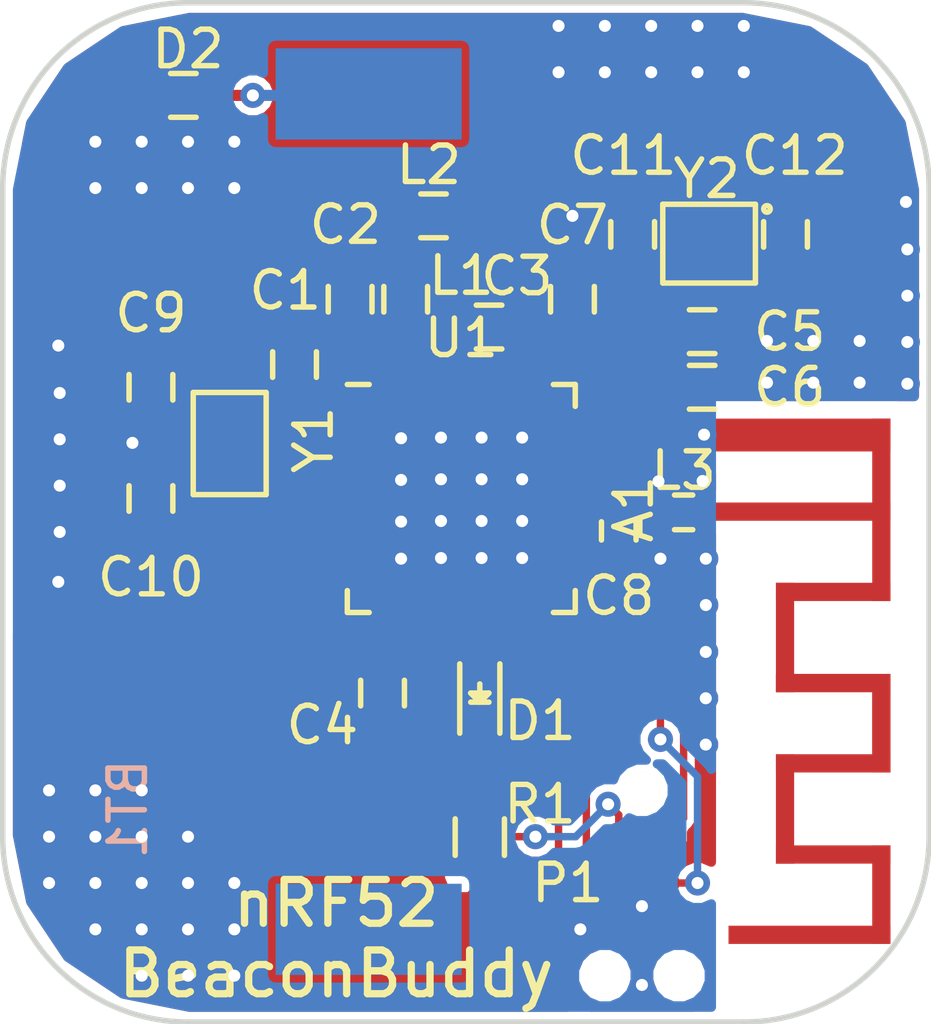
<source format=kicad_pcb>
(kicad_pcb (version 4) (host pcbnew 4.0.2-stable)

  (general
    (links 162)
    (no_connects 1)
    (area 149.585458 96.8396 181.432358 131.338542)
    (thickness 1.6)
    (drawings 9)
    (tracks 184)
    (zones 0)
    (modules 106)
    (nets 50)
  )

  (page A4)
  (layers
    (0 F.Cu signal)
    (31 B.Cu signal)
    (32 B.Adhes user)
    (33 F.Adhes user)
    (34 B.Paste user)
    (35 F.Paste user)
    (36 B.SilkS user)
    (37 F.SilkS user)
    (38 B.Mask user)
    (39 F.Mask user)
    (40 Dwgs.User user)
    (41 Cmts.User user)
    (42 Eco1.User user)
    (43 Eco2.User user)
    (44 Edge.Cuts user)
    (45 Margin user)
    (46 B.CrtYd user)
    (47 F.CrtYd user)
    (48 B.Fab user hide)
    (49 F.Fab user hide)
  )

  (setup
    (last_trace_width 0.2032)
    (trace_clearance 0.1524)
    (zone_clearance 0.2032)
    (zone_45_only no)
    (trace_min 0.2)
    (segment_width 0.2)
    (edge_width 0.15)
    (via_size 0.6858)
    (via_drill 0.3302)
    (via_min_size 0.4)
    (via_min_drill 0.3)
    (uvia_size 0.3)
    (uvia_drill 0.1)
    (uvias_allowed no)
    (uvia_min_size 0.2)
    (uvia_min_drill 0.1)
    (pcb_text_width 0.3)
    (pcb_text_size 1.5 1.5)
    (mod_edge_width 0.15)
    (mod_text_size 1 1)
    (mod_text_width 0.15)
    (pad_size 0.6858 0.6858)
    (pad_drill 0.3302)
    (pad_to_mask_clearance 0.0508)
    (aux_axis_origin 0 0)
    (visible_elements 7FFFFF7F)
    (pcbplotparams
      (layerselection 0x010fc_80000001)
      (usegerberextensions false)
      (excludeedgelayer true)
      (linewidth 0.100000)
      (plotframeref false)
      (viasonmask false)
      (mode 1)
      (useauxorigin false)
      (hpglpennumber 1)
      (hpglpenspeed 20)
      (hpglpendiameter 15)
      (hpglpenoverlay 2)
      (psnegative false)
      (psa4output false)
      (plotreference true)
      (plotvalue true)
      (plotinvisibletext false)
      (padsonsilk false)
      (subtractmaskfromsilk false)
      (outputformat 1)
      (mirror false)
      (drillshape 0)
      (scaleselection 1)
      (outputdirectory Gerber/))
  )

  (net 0 "")
  (net 1 "Net-(C1-Pad1)")
  (net 2 GND)
  (net 3 VDD)
  (net 4 "Net-(C3-Pad1)")
  (net 5 "Net-(C5-Pad2)")
  (net 6 "Net-(C6-Pad2)")
  (net 7 /ANT)
  (net 8 /XL1)
  (net 9 /XL2)
  (net 10 /XC1)
  (net 11 /XC2)
  (net 12 /RF_OUT)
  (net 13 "Net-(L1-Pad1)")
  (net 14 "Net-(L1-Pad2)")
  (net 15 "Net-(U1-Pad4)")
  (net 16 "Net-(U1-Pad5)")
  (net 17 "Net-(U1-Pad6)")
  (net 18 "Net-(U1-Pad7)")
  (net 19 "Net-(U1-Pad8)")
  (net 20 "Net-(U1-Pad9)")
  (net 21 "Net-(U1-Pad10)")
  (net 22 "Net-(U1-Pad11)")
  (net 23 "Net-(U1-Pad12)")
  (net 24 "Net-(U1-Pad14)")
  (net 25 "Net-(U1-Pad15)")
  (net 26 "Net-(U1-Pad16)")
  (net 27 "Net-(U1-Pad17)")
  (net 28 "Net-(U1-Pad18)")
  (net 29 "Net-(U1-Pad19)")
  (net 30 "Net-(U1-Pad22)")
  (net 31 "Net-(U1-Pad23)")
  (net 32 /nRESET)
  (net 33 /SWDCLK)
  (net 34 /SWDIO)
  (net 35 "Net-(U1-Pad27)")
  (net 36 "Net-(U1-Pad28)")
  (net 37 "Net-(U1-Pad29)")
  (net 38 "Net-(U1-Pad37)")
  (net 39 "Net-(U1-Pad38)")
  (net 40 "Net-(U1-Pad39)")
  (net 41 "Net-(U1-Pad40)")
  (net 42 "Net-(U1-Pad41)")
  (net 43 "Net-(U1-Pad42)")
  (net 44 "Net-(U1-Pad43)")
  (net 45 "Net-(U1-Pad44)")
  (net 46 /SWO)
  (net 47 "Net-(BT1-Pad1)")
  (net 48 "Net-(D1-Pad2)")
  (net 49 "Net-(D1-Pad1)")

  (net_class Default "This is the default net class."
    (clearance 0.1524)
    (trace_width 0.2032)
    (via_dia 0.6858)
    (via_drill 0.3302)
    (uvia_dia 0.3)
    (uvia_drill 0.1)
    (add_net /ANT)
    (add_net /RF_OUT)
    (add_net /SWDCLK)
    (add_net /SWDIO)
    (add_net /SWO)
    (add_net /XC1)
    (add_net /XC2)
    (add_net /XL1)
    (add_net /XL2)
    (add_net /nRESET)
    (add_net GND)
    (add_net "Net-(BT1-Pad1)")
    (add_net "Net-(C1-Pad1)")
    (add_net "Net-(C3-Pad1)")
    (add_net "Net-(C5-Pad2)")
    (add_net "Net-(C6-Pad2)")
    (add_net "Net-(D1-Pad1)")
    (add_net "Net-(D1-Pad2)")
    (add_net "Net-(L1-Pad1)")
    (add_net "Net-(L1-Pad2)")
    (add_net "Net-(U1-Pad10)")
    (add_net "Net-(U1-Pad11)")
    (add_net "Net-(U1-Pad12)")
    (add_net "Net-(U1-Pad14)")
    (add_net "Net-(U1-Pad15)")
    (add_net "Net-(U1-Pad16)")
    (add_net "Net-(U1-Pad17)")
    (add_net "Net-(U1-Pad18)")
    (add_net "Net-(U1-Pad19)")
    (add_net "Net-(U1-Pad22)")
    (add_net "Net-(U1-Pad23)")
    (add_net "Net-(U1-Pad27)")
    (add_net "Net-(U1-Pad28)")
    (add_net "Net-(U1-Pad29)")
    (add_net "Net-(U1-Pad37)")
    (add_net "Net-(U1-Pad38)")
    (add_net "Net-(U1-Pad39)")
    (add_net "Net-(U1-Pad4)")
    (add_net "Net-(U1-Pad40)")
    (add_net "Net-(U1-Pad41)")
    (add_net "Net-(U1-Pad42)")
    (add_net "Net-(U1-Pad43)")
    (add_net "Net-(U1-Pad44)")
    (add_net "Net-(U1-Pad5)")
    (add_net "Net-(U1-Pad6)")
    (add_net "Net-(U1-Pad7)")
    (add_net "Net-(U1-Pad8)")
    (add_net "Net-(U1-Pad9)")
    (add_net VDD)
  )

  (module New_Footprints:TC2030-MCP-NL (layer F.Cu) (tedit 57AAA72E) (tstamp 57845409)
    (at 169.926 121.92 270)
    (path /57845369)
    (fp_text reference P1 (at 2.54 2.032 360) (layer F.SilkS)
      (effects (font (size 1 1) (thickness 0.15)))
    )
    (fp_text value CONN_01X06 (at 0 -3.6 270) (layer F.Fab)
      (effects (font (size 1 1) (thickness 0.15)))
    )
    (pad "" np_thru_hole circle (at 0 0 270) (size 1 1) (drill 1) (layers *.Cu *.Mask F.SilkS)
      (solder_mask_margin 0.05))
    (pad "" np_thru_hole circle (at 5.08 -1.016 270) (size 1 1) (drill 1) (layers *.Cu *.Mask F.SilkS)
      (solder_mask_margin 0.05))
    (pad "" np_thru_hole circle (at 5.08 1.016 270) (size 1 1) (drill 1) (layers *.Cu *.Mask F.SilkS)
      (solder_mask_margin 0.05))
    (pad 1 smd circle (at 1.27 0.635 270) (size 0.787 0.787) (layers F.Cu F.Mask)
      (net 3 VDD) (solder_mask_margin 0.05))
    (pad 2 smd circle (at 1.27 -0.635 270) (size 0.787 0.787) (layers F.Cu F.Mask)
      (net 34 /SWDIO) (solder_mask_margin 0.05))
    (pad 3 smd circle (at 2.54 0.635 270) (size 0.787 0.787) (layers F.Cu F.Mask)
      (net 32 /nRESET) (solder_mask_margin 0.05))
    (pad 4 smd circle (at 2.54 -0.635 270) (size 0.787 0.787) (layers F.Cu F.Mask)
      (net 33 /SWDCLK) (solder_mask_margin 0.05))
    (pad 5 smd circle (at 3.81 0.635 270) (size 0.787 0.787) (layers F.Cu F.Mask)
      (net 2 GND) (solder_mask_margin 0.05))
    (pad 6 smd circle (at 3.81 -0.635 270) (size 0.787 0.787) (layers F.Cu F.Mask)
      (net 46 /SWO) (solder_mask_margin 0.05))
  )

  (module New_Footprints:BATT-HLD-001 (layer B.Cu) (tedit 578889B8) (tstamp 57846108)
    (at 162.433 114.28 90)
    (path /57848956)
    (fp_text reference BT1 (at -8.148 -6.604 90) (layer B.SilkS)
      (effects (font (size 1 1) (thickness 0.15)) (justify mirror))
    )
    (fp_text value BAT-HLD-001 (at 0 10.16 90) (layer B.Fab)
      (effects (font (size 1 1) (thickness 0.15)) (justify mirror))
    )
    (pad 1 smd rect (at -11.45 0 90) (size 2.5 5.1) (layers B.Cu B.Paste B.Mask)
      (net 47 "Net-(BT1-Pad1)"))
    (pad 1 smd rect (at 11.45 0 90) (size 2.5 5.1) (layers B.Cu B.Paste B.Mask)
      (net 47 "Net-(BT1-Pad1)"))
    (pad 2 smd circle (at 0 0 90) (size 17.8 17.8) (layers B.Cu B.Mask)
      (net 2 GND))
  )

  (module New_Footprints:Via-13mil (layer F.Cu) (tedit 5785D1B2) (tstamp 578887E9)
    (at 153.67 124.46)
    (zone_connect 2)
    (fp_text reference REF**52 (at 0 3.302) (layer F.SilkS) hide
      (effects (font (size 1 1) (thickness 0.15)))
    )
    (fp_text value Via-13mil (at 0 -3.048) (layer F.Fab) hide
      (effects (font (size 1 1) (thickness 0.15)))
    )
    (pad 1 thru_hole circle (at 0 0) (size 0.6858 0.6858) (drill 0.3302) (layers *.Cu)
      (net 2 GND) (zone_connect 2))
  )

  (module New_Footprints:Via-13mil (layer F.Cu) (tedit 5785D1B2) (tstamp 578887E5)
    (at 154.94 125.73)
    (zone_connect 2)
    (fp_text reference REF**52 (at 0 3.302) (layer F.SilkS) hide
      (effects (font (size 1 1) (thickness 0.15)))
    )
    (fp_text value Via-13mil (at 0 -3.048) (layer F.Fab) hide
      (effects (font (size 1 1) (thickness 0.15)))
    )
    (pad 1 thru_hole circle (at 0 0) (size 0.6858 0.6858) (drill 0.3302) (layers *.Cu)
      (net 2 GND) (zone_connect 2))
  )

  (module New_Footprints:Via-13mil (layer F.Cu) (tedit 5785D1B2) (tstamp 578886E8)
    (at 170.434 115.57 90)
    (zone_connect 2)
    (fp_text reference REF** (at 0 3.302 90) (layer F.SilkS) hide
      (effects (font (size 1 1) (thickness 0.15)))
    )
    (fp_text value Via-13mil (at 0 -3.048 90) (layer F.Fab) hide
      (effects (font (size 1 1) (thickness 0.15)))
    )
    (pad 1 thru_hole circle (at 0 0 90) (size 0.6858 0.6858) (drill 0.3302) (layers *.Cu)
      (net 2 GND) (zone_connect 2))
  )

  (module New_Footprints:Via-13mil (layer F.Cu) (tedit 5785D1B2) (tstamp 578886BF)
    (at 177.202958 110.77381 90)
    (zone_connect 2)
    (fp_text reference REF** (at 0 3.302 90) (layer F.SilkS) hide
      (effects (font (size 1 1) (thickness 0.15)))
    )
    (fp_text value Via-13mil (at 0 -3.048 90) (layer F.Fab) hide
      (effects (font (size 1 1) (thickness 0.15)))
    )
    (pad 1 thru_hole circle (at 0 0 90) (size 0.6858 0.6858) (drill 0.3302) (layers *.Cu)
      (net 2 GND) (zone_connect 2))
  )

  (module New_Footprints:Via-13mil (layer F.Cu) (tedit 5785D1B2) (tstamp 578886BB)
    (at 175.895 110.744)
    (zone_connect 2)
    (fp_text reference REF** (at 0 3.302) (layer F.SilkS) hide
      (effects (font (size 1 1) (thickness 0.15)))
    )
    (fp_text value Via-13mil (at 0 -3.048) (layer F.Fab) hide
      (effects (font (size 1 1) (thickness 0.15)))
    )
    (pad 1 thru_hole circle (at 0 0) (size 0.6858 0.6858) (drill 0.3302) (layers *.Cu)
      (net 2 GND) (zone_connect 2))
  )

  (module New_Footprints:Via-13mil (layer F.Cu) (tedit 5785D1B2) (tstamp 578886B7)
    (at 173.355 110.744)
    (zone_connect 2)
    (fp_text reference REF** (at 0 3.302) (layer F.SilkS) hide
      (effects (font (size 1 1) (thickness 0.15)))
    )
    (fp_text value Via-13mil (at 0 -3.048) (layer F.Fab) hide
      (effects (font (size 1 1) (thickness 0.15)))
    )
    (pad 1 thru_hole circle (at 0 0) (size 0.6858 0.6858) (drill 0.3302) (layers *.Cu)
      (net 2 GND) (zone_connect 2))
  )

  (module New_Footprints:Via-13mil (layer F.Cu) (tedit 5785D1B2) (tstamp 578886B3)
    (at 174.625 110.744)
    (zone_connect 2)
    (fp_text reference REF** (at 0 3.302) (layer F.SilkS) hide
      (effects (font (size 1 1) (thickness 0.15)))
    )
    (fp_text value Via-13mil (at 0 -3.048) (layer F.Fab) hide
      (effects (font (size 1 1) (thickness 0.15)))
    )
    (pad 1 thru_hole circle (at 0 0) (size 0.6858 0.6858) (drill 0.3302) (layers *.Cu)
      (net 2 GND) (zone_connect 2))
  )

  (module New_Footprints:Via-13mil (layer F.Cu) (tedit 5785D1B2) (tstamp 57888690)
    (at 170.38 113.45)
    (zone_connect 2)
    (fp_text reference REF** (at 0 3.302) (layer F.SilkS) hide
      (effects (font (size 1 1) (thickness 0.15)))
    )
    (fp_text value Via-13mil (at 0 -3.048) (layer F.Fab) hide
      (effects (font (size 1 1) (thickness 0.15)))
    )
    (pad 1 thru_hole circle (at 0 0) (size 0.6858 0.6858) (drill 0.3302) (layers *.Cu)
      (net 2 GND) (zone_connect 2))
  )

  (module New_Footprints:Via-13mil (layer F.Cu) (tedit 5785D1B2) (tstamp 5788868A)
    (at 171.59 113.44)
    (zone_connect 2)
    (fp_text reference REF** (at 0 3.302) (layer F.SilkS) hide
      (effects (font (size 1 1) (thickness 0.15)))
    )
    (fp_text value Via-13mil (at 0 -3.048) (layer F.Fab) hide
      (effects (font (size 1 1) (thickness 0.15)))
    )
    (pad 1 thru_hole circle (at 0 0) (size 0.6858 0.6858) (drill 0.3302) (layers *.Cu)
      (net 2 GND) (zone_connect 2))
  )

  (module New_Footprints:Via-13mil (layer F.Cu) (tedit 5785D1B2) (tstamp 578885DB)
    (at 171.63 112.17)
    (zone_connect 2)
    (fp_text reference REF** (at 0 3.302) (layer F.SilkS) hide
      (effects (font (size 1 1) (thickness 0.15)))
    )
    (fp_text value Via-13mil (at 0 -3.048) (layer F.Fab) hide
      (effects (font (size 1 1) (thickness 0.15)))
    )
    (pad 1 thru_hole circle (at 0 0) (size 0.6858 0.6858) (drill 0.3302) (layers *.Cu)
      (net 2 GND) (zone_connect 2))
  )

  (module New_Footprints:Via-13mil (layer F.Cu) (tedit 5785D1B2) (tstamp 57887A52)
    (at 163.322 115.57 90)
    (zone_connect 2)
    (fp_text reference REF** (at 0 3.302 90) (layer F.SilkS) hide
      (effects (font (size 1 1) (thickness 0.15)))
    )
    (fp_text value Via-13mil (at 0 -3.048 90) (layer F.Fab) hide
      (effects (font (size 1 1) (thickness 0.15)))
    )
    (pad 1 thru_hole circle (at 0 0 90) (size 0.6858 0.6858) (drill 0.3302) (layers *.Cu)
      (net 2 GND) (zone_connect 2))
  )

  (module New_Footprints:Via-13mil (layer F.Cu) (tedit 5785D1B2) (tstamp 57887A4E)
    (at 164.41675 115.55225 90)
    (zone_connect 2)
    (fp_text reference REF** (at 0 3.302 90) (layer F.SilkS) hide
      (effects (font (size 1 1) (thickness 0.15)))
    )
    (fp_text value Via-13mil (at 0 -3.048 90) (layer F.Fab) hide
      (effects (font (size 1 1) (thickness 0.15)))
    )
    (pad 1 thru_hole circle (at 0 0 90) (size 0.6858 0.6858) (drill 0.3302) (layers *.Cu)
      (net 2 GND) (zone_connect 2))
  )

  (module New_Footprints:Via-13mil (layer F.Cu) (tedit 5785D1B2) (tstamp 57887A4A)
    (at 166.64175 115.55225 90)
    (zone_connect 2)
    (fp_text reference REF** (at 0 3.302 90) (layer F.SilkS) hide
      (effects (font (size 1 1) (thickness 0.15)))
    )
    (fp_text value Via-13mil (at 0 -3.048 90) (layer F.Fab) hide
      (effects (font (size 1 1) (thickness 0.15)))
    )
    (pad 1 thru_hole circle (at 0 0 90) (size 0.6858 0.6858) (drill 0.3302) (layers *.Cu)
      (net 2 GND) (zone_connect 2))
  )

  (module New_Footprints:Via-13mil (layer F.Cu) (tedit 5785D1B2) (tstamp 57887A46)
    (at 165.52925 115.55225 90)
    (zone_connect 2)
    (fp_text reference REF** (at 0 3.302 90) (layer F.SilkS) hide
      (effects (font (size 1 1) (thickness 0.15)))
    )
    (fp_text value Via-13mil (at 0 -3.048 90) (layer F.Fab) hide
      (effects (font (size 1 1) (thickness 0.15)))
    )
    (pad 1 thru_hole circle (at 0 0 90) (size 0.6858 0.6858) (drill 0.3302) (layers *.Cu)
      (net 2 GND) (zone_connect 2))
  )

  (module New_Footprints:Via-13mil (layer F.Cu) (tedit 5785D1B2) (tstamp 57887A42)
    (at 163.322 114.554 90)
    (zone_connect 2)
    (fp_text reference REF** (at 0 3.302 90) (layer F.SilkS) hide
      (effects (font (size 1 1) (thickness 0.15)))
    )
    (fp_text value Via-13mil (at 0 -3.048 90) (layer F.Fab) hide
      (effects (font (size 1 1) (thickness 0.15)))
    )
    (pad 1 thru_hole circle (at 0 0 90) (size 0.6858 0.6858) (drill 0.3302) (layers *.Cu)
      (net 2 GND) (zone_connect 2))
  )

  (module New_Footprints:Via-13mil (layer F.Cu) (tedit 5785D1B2) (tstamp 57887A3E)
    (at 164.41675 114.53625 90)
    (zone_connect 2)
    (fp_text reference REF** (at 0 3.302 90) (layer F.SilkS) hide
      (effects (font (size 1 1) (thickness 0.15)))
    )
    (fp_text value Via-13mil (at 0 -3.048 90) (layer F.Fab) hide
      (effects (font (size 1 1) (thickness 0.15)))
    )
    (pad 1 thru_hole circle (at 0 0 90) (size 0.6858 0.6858) (drill 0.3302) (layers *.Cu)
      (net 2 GND) (zone_connect 2))
  )

  (module New_Footprints:Via-13mil (layer F.Cu) (tedit 5785D1B2) (tstamp 57887A3A)
    (at 166.64175 114.53625 90)
    (zone_connect 2)
    (fp_text reference REF** (at 0 3.302 90) (layer F.SilkS) hide
      (effects (font (size 1 1) (thickness 0.15)))
    )
    (fp_text value Via-13mil (at 0 -3.048 90) (layer F.Fab) hide
      (effects (font (size 1 1) (thickness 0.15)))
    )
    (pad 1 thru_hole circle (at 0 0 90) (size 0.6858 0.6858) (drill 0.3302) (layers *.Cu)
      (net 2 GND) (zone_connect 2))
  )

  (module New_Footprints:Via-13mil (layer F.Cu) (tedit 5785D1B2) (tstamp 57887A36)
    (at 165.52925 114.53625 90)
    (zone_connect 2)
    (fp_text reference REF** (at 0 3.302 90) (layer F.SilkS) hide
      (effects (font (size 1 1) (thickness 0.15)))
    )
    (fp_text value Via-13mil (at 0 -3.048 90) (layer F.Fab) hide
      (effects (font (size 1 1) (thickness 0.15)))
    )
    (pad 1 thru_hole circle (at 0 0 90) (size 0.6858 0.6858) (drill 0.3302) (layers *.Cu)
      (net 2 GND) (zone_connect 2))
  )

  (module New_Footprints:Via-13mil (layer F.Cu) (tedit 5785D1B2) (tstamp 57887A32)
    (at 163.322 113.411 90)
    (zone_connect 2)
    (fp_text reference REF** (at 0 3.302 90) (layer F.SilkS) hide
      (effects (font (size 1 1) (thickness 0.15)))
    )
    (fp_text value Via-13mil (at 0 -3.048 90) (layer F.Fab) hide
      (effects (font (size 1 1) (thickness 0.15)))
    )
    (pad 1 thru_hole circle (at 0 0 90) (size 0.6858 0.6858) (drill 0.3302) (layers *.Cu)
      (net 2 GND) (zone_connect 2))
  )

  (module New_Footprints:Via-13mil (layer F.Cu) (tedit 5785D1B2) (tstamp 57887A2E)
    (at 164.41675 113.39325 90)
    (zone_connect 2)
    (fp_text reference REF** (at 0 3.302 90) (layer F.SilkS) hide
      (effects (font (size 1 1) (thickness 0.15)))
    )
    (fp_text value Via-13mil (at 0 -3.048 90) (layer F.Fab) hide
      (effects (font (size 1 1) (thickness 0.15)))
    )
    (pad 1 thru_hole circle (at 0 0 90) (size 0.6858 0.6858) (drill 0.3302) (layers *.Cu)
      (net 2 GND) (zone_connect 2))
  )

  (module New_Footprints:Via-13mil (layer F.Cu) (tedit 5785D1B2) (tstamp 57887A2A)
    (at 166.64175 113.39325 90)
    (zone_connect 2)
    (fp_text reference REF** (at 0 3.302 90) (layer F.SilkS) hide
      (effects (font (size 1 1) (thickness 0.15)))
    )
    (fp_text value Via-13mil (at 0 -3.048 90) (layer F.Fab) hide
      (effects (font (size 1 1) (thickness 0.15)))
    )
    (pad 1 thru_hole circle (at 0 0 90) (size 0.6858 0.6858) (drill 0.3302) (layers *.Cu)
      (net 2 GND) (zone_connect 2))
  )

  (module New_Footprints:Via-13mil (layer F.Cu) (tedit 5785D1B2) (tstamp 57887A26)
    (at 165.52925 113.39325 90)
    (zone_connect 2)
    (fp_text reference REF** (at 0 3.302 90) (layer F.SilkS) hide
      (effects (font (size 1 1) (thickness 0.15)))
    )
    (fp_text value Via-13mil (at 0 -3.048 90) (layer F.Fab) hide
      (effects (font (size 1 1) (thickness 0.15)))
    )
    (pad 1 thru_hole circle (at 0 0 90) (size 0.6858 0.6858) (drill 0.3302) (layers *.Cu)
      (net 2 GND) (zone_connect 2))
  )

  (module New_Footprints:Via-13mil (layer F.Cu) (tedit 5785D1B2) (tstamp 57887A19)
    (at 166.64175 112.25025 90)
    (zone_connect 2)
    (fp_text reference REF** (at 0 3.302 90) (layer F.SilkS) hide
      (effects (font (size 1 1) (thickness 0.15)))
    )
    (fp_text value Via-13mil (at 0 -3.048 90) (layer F.Fab) hide
      (effects (font (size 1 1) (thickness 0.15)))
    )
    (pad 1 thru_hole circle (at 0 0 90) (size 0.6858 0.6858) (drill 0.3302) (layers *.Cu)
      (net 2 GND) (zone_connect 2))
  )

  (module New_Footprints:Via-13mil (layer F.Cu) (tedit 5785D1B2) (tstamp 57887A15)
    (at 165.52925 112.25025 90)
    (zone_connect 2)
    (fp_text reference REF** (at 0 3.302 90) (layer F.SilkS) hide
      (effects (font (size 1 1) (thickness 0.15)))
    )
    (fp_text value Via-13mil (at 0 -3.048 90) (layer F.Fab) hide
      (effects (font (size 1 1) (thickness 0.15)))
    )
    (pad 1 thru_hole circle (at 0 0 90) (size 0.6858 0.6858) (drill 0.3302) (layers *.Cu)
      (net 2 GND) (zone_connect 2))
  )

  (module New_Footprints:Via-13mil (layer F.Cu) (tedit 5785D1B2) (tstamp 57887A0D)
    (at 164.41675 112.25025 90)
    (zone_connect 2)
    (fp_text reference REF** (at 0 3.302 90) (layer F.SilkS) hide
      (effects (font (size 1 1) (thickness 0.15)))
    )
    (fp_text value Via-13mil (at 0 -3.048 90) (layer F.Fab) hide
      (effects (font (size 1 1) (thickness 0.15)))
    )
    (pad 1 thru_hole circle (at 0 0 90) (size 0.6858 0.6858) (drill 0.3302) (layers *.Cu)
      (net 2 GND) (zone_connect 2))
  )

  (module New_Footprints:Via-13mil (layer F.Cu) (tedit 5785D1B2) (tstamp 57887A09)
    (at 163.322 112.268 90)
    (zone_connect 2)
    (fp_text reference REF** (at 0 3.302 90) (layer F.SilkS) hide
      (effects (font (size 1 1) (thickness 0.15)))
    )
    (fp_text value Via-13mil (at 0 -3.048 90) (layer F.Fab) hide
      (effects (font (size 1 1) (thickness 0.15)))
    )
    (pad 1 thru_hole circle (at 0 0 90) (size 0.6858 0.6858) (drill 0.3302) (layers *.Cu)
      (net 2 GND) (zone_connect 2))
  )

  (module New_Footprints:Crystal_ABM11 (layer F.Cu) (tedit 5785E97A) (tstamp 5785F204)
    (at 171.7675 106.934 180)
    (path /5785EF94)
    (fp_text reference Y2 (at 0.0635 1.778 360) (layer F.SilkS)
      (effects (font (size 1 1) (thickness 0.15)))
    )
    (fp_text value 32MHz (at -0.0635 -2.159 180) (layer F.Fab)
      (effects (font (size 1 1) (thickness 0.15)))
    )
    (fp_circle (center -1.5875 0.9525) (end -1.651 0.889) (layer F.SilkS) (width 0.15))
    (fp_line (start -1.27 -1.0795) (end 1.27 -1.0795) (layer F.SilkS) (width 0.15))
    (fp_line (start -1.27 1.0795) (end -1.27 -1.0795) (layer F.SilkS) (width 0.15))
    (fp_line (start 1.27 1.0795) (end -1.27 1.0795) (layer F.SilkS) (width 0.15))
    (fp_line (start 1.27 -1.0795) (end 1.27 1.0795) (layer F.SilkS) (width 0.15))
    (pad 1 smd rect (at -0.6604 0.508 180) (size 0.762 0.6604) (layers F.Cu F.Paste F.Mask)
      (net 11 /XC2))
    (pad 2 smd rect (at 0.6604 0.508 180) (size 0.762 0.6604) (layers F.Cu F.Paste F.Mask)
      (net 2 GND))
    (pad 3 smd rect (at 0.6604 -0.508 180) (size 0.762 0.6604) (layers F.Cu F.Paste F.Mask)
      (net 10 /XC1))
    (pad 4 smd rect (at -0.6604 -0.508 180) (size 0.762 0.6604) (layers F.Cu F.Paste F.Mask)
      (net 2 GND))
  )

  (module New_Footprints:Via-13mil (layer F.Cu) (tedit 5785D1B2) (tstamp 5785F45A)
    (at 169.926 127.254 90)
    (zone_connect 2)
    (fp_text reference REF** (at 0 3.302 90) (layer F.SilkS) hide
      (effects (font (size 1 1) (thickness 0.15)))
    )
    (fp_text value Via-13mil (at 0 -3.048 90) (layer F.Fab) hide
      (effects (font (size 1 1) (thickness 0.15)))
    )
    (pad 1 thru_hole circle (at 0 0 90) (size 0.6858 0.6858) (drill 0.3302) (layers *.Cu)
      (net 2 GND) (zone_connect 2))
  )

  (module New_Footprints:Via-13mil (layer F.Cu) (tedit 5785D1B2) (tstamp 5785F456)
    (at 169.926 125.095 90)
    (zone_connect 2)
    (fp_text reference REF** (at 0 3.302 90) (layer F.SilkS) hide
      (effects (font (size 1 1) (thickness 0.15)))
    )
    (fp_text value Via-13mil (at 0 -3.048 90) (layer F.Fab) hide
      (effects (font (size 1 1) (thickness 0.15)))
    )
    (pad 1 thru_hole circle (at 0 0 90) (size 0.6858 0.6858) (drill 0.3302) (layers *.Cu)
      (net 2 GND) (zone_connect 2))
  )

  (module Capacitors_SMD:C_0603 (layer F.Cu) (tedit 5415D631) (tstamp 57844427)
    (at 169.672 106.68 270)
    (descr "Capacitor SMD 0603, reflow soldering, AVX (see smccp.pdf)")
    (tags "capacitor 0603")
    (path /57845983)
    (attr smd)
    (fp_text reference C11 (at -2.159 0.254 540) (layer F.SilkS)
      (effects (font (size 1 1) (thickness 0.15)))
    )
    (fp_text value 12pF (at 0 1.9 270) (layer F.Fab)
      (effects (font (size 1 1) (thickness 0.15)))
    )
    (fp_line (start -1.45 -0.75) (end 1.45 -0.75) (layer F.CrtYd) (width 0.05))
    (fp_line (start -1.45 0.75) (end 1.45 0.75) (layer F.CrtYd) (width 0.05))
    (fp_line (start -1.45 -0.75) (end -1.45 0.75) (layer F.CrtYd) (width 0.05))
    (fp_line (start 1.45 -0.75) (end 1.45 0.75) (layer F.CrtYd) (width 0.05))
    (fp_line (start -0.35 -0.6) (end 0.35 -0.6) (layer F.SilkS) (width 0.15))
    (fp_line (start 0.35 0.6) (end -0.35 0.6) (layer F.SilkS) (width 0.15))
    (pad 1 smd rect (at -0.75 0 270) (size 0.8 0.75) (layers F.Cu F.Paste F.Mask)
      (net 2 GND))
    (pad 2 smd rect (at 0.75 0 270) (size 0.8 0.75) (layers F.Cu F.Paste F.Mask)
      (net 10 /XC1))
    (model Capacitors_SMD.3dshapes/C_0603.wrl
      (at (xyz 0 0 0))
      (scale (xyz 1 1 1))
      (rotate (xyz 0 0 0))
    )
  )

  (module Capacitors_SMD:C_0603 (layer F.Cu) (tedit 5415D631) (tstamp 5784442D)
    (at 173.863 106.68 90)
    (descr "Capacitor SMD 0603, reflow soldering, AVX (see smccp.pdf)")
    (tags "capacitor 0603")
    (path /57845A6E)
    (attr smd)
    (fp_text reference C12 (at 2.159 0.254 360) (layer F.SilkS)
      (effects (font (size 1 1) (thickness 0.15)))
    )
    (fp_text value 12pF (at 0 1.9 90) (layer F.Fab)
      (effects (font (size 1 1) (thickness 0.15)))
    )
    (fp_line (start -1.45 -0.75) (end 1.45 -0.75) (layer F.CrtYd) (width 0.05))
    (fp_line (start -1.45 0.75) (end 1.45 0.75) (layer F.CrtYd) (width 0.05))
    (fp_line (start -1.45 -0.75) (end -1.45 0.75) (layer F.CrtYd) (width 0.05))
    (fp_line (start 1.45 -0.75) (end 1.45 0.75) (layer F.CrtYd) (width 0.05))
    (fp_line (start -0.35 -0.6) (end 0.35 -0.6) (layer F.SilkS) (width 0.15))
    (fp_line (start 0.35 0.6) (end -0.35 0.6) (layer F.SilkS) (width 0.15))
    (pad 1 smd rect (at -0.75 0 90) (size 0.8 0.75) (layers F.Cu F.Paste F.Mask)
      (net 2 GND))
    (pad 2 smd rect (at 0.75 0 90) (size 0.8 0.75) (layers F.Cu F.Paste F.Mask)
      (net 11 /XC2))
    (model Capacitors_SMD.3dshapes/C_0603.wrl
      (at (xyz 0 0 0))
      (scale (xyz 1 1 1))
      (rotate (xyz 0 0 0))
    )
  )

  (module Capacitors_SMD:C_0603 (layer F.Cu) (tedit 5415D631) (tstamp 57844403)
    (at 171.577 109.347 180)
    (descr "Capacitor SMD 0603, reflow soldering, AVX (see smccp.pdf)")
    (tags "capacitor 0603")
    (path /578447B2)
    (attr smd)
    (fp_text reference C5 (at -2.401 0 180) (layer F.SilkS)
      (effects (font (size 1 1) (thickness 0.15)))
    )
    (fp_text value 100pF (at 0 1.9 180) (layer F.Fab)
      (effects (font (size 1 1) (thickness 0.15)))
    )
    (fp_line (start -1.45 -0.75) (end 1.45 -0.75) (layer F.CrtYd) (width 0.05))
    (fp_line (start -1.45 0.75) (end 1.45 0.75) (layer F.CrtYd) (width 0.05))
    (fp_line (start -1.45 -0.75) (end -1.45 0.75) (layer F.CrtYd) (width 0.05))
    (fp_line (start 1.45 -0.75) (end 1.45 0.75) (layer F.CrtYd) (width 0.05))
    (fp_line (start -0.35 -0.6) (end 0.35 -0.6) (layer F.SilkS) (width 0.15))
    (fp_line (start 0.35 0.6) (end -0.35 0.6) (layer F.SilkS) (width 0.15))
    (pad 1 smd rect (at -0.75 0 180) (size 0.8 0.75) (layers F.Cu F.Paste F.Mask)
      (net 2 GND))
    (pad 2 smd rect (at 0.75 0 180) (size 0.8 0.75) (layers F.Cu F.Paste F.Mask)
      (net 5 "Net-(C5-Pad2)"))
    (model Capacitors_SMD.3dshapes/C_0603.wrl
      (at (xyz 0 0 0))
      (scale (xyz 1 1 1))
      (rotate (xyz 0 0 0))
    )
  )

  (module New_Footprints:Via-13mil (layer F.Cu) (tedit 5785D1B2) (tstamp 5785E9C4)
    (at 153.924 116.205)
    (zone_connect 2)
    (fp_text reference REF** (at 0 3.302) (layer F.SilkS) hide
      (effects (font (size 1 1) (thickness 0.15)))
    )
    (fp_text value Via-13mil (at 0 -3.048) (layer F.Fab) hide
      (effects (font (size 1 1) (thickness 0.15)))
    )
    (pad 1 thru_hole circle (at 0 0) (size 0.6858 0.6858) (drill 0.3302) (layers *.Cu)
      (net 2 GND) (zone_connect 2))
  )

  (module New_Footprints:Via-13mil (layer F.Cu) (tedit 5785D1B2) (tstamp 5785E9C0)
    (at 153.961958 114.83781 90)
    (zone_connect 2)
    (fp_text reference REF** (at 0 3.302 90) (layer F.SilkS) hide
      (effects (font (size 1 1) (thickness 0.15)))
    )
    (fp_text value Via-13mil (at 0 -3.048 90) (layer F.Fab) hide
      (effects (font (size 1 1) (thickness 0.15)))
    )
    (pad 1 thru_hole circle (at 0 0 90) (size 0.6858 0.6858) (drill 0.3302) (layers *.Cu)
      (net 2 GND) (zone_connect 2))
  )

  (module New_Footprints:Via-13mil (layer F.Cu) (tedit 5785D1B2) (tstamp 5785E9BC)
    (at 153.924 109.728)
    (zone_connect 2)
    (fp_text reference REF** (at 0 3.302) (layer F.SilkS) hide
      (effects (font (size 1 1) (thickness 0.15)))
    )
    (fp_text value Via-13mil (at 0 -3.048) (layer F.Fab) hide
      (effects (font (size 1 1) (thickness 0.15)))
    )
    (pad 1 thru_hole circle (at 0 0) (size 0.6858 0.6858) (drill 0.3302) (layers *.Cu)
      (net 2 GND) (zone_connect 2))
  )

  (module New_Footprints:Via-13mil (layer F.Cu) (tedit 5785D1B2) (tstamp 5785E9B8)
    (at 153.961958 113.56781 90)
    (zone_connect 2)
    (fp_text reference REF** (at 0 3.302 90) (layer F.SilkS) hide
      (effects (font (size 1 1) (thickness 0.15)))
    )
    (fp_text value Via-13mil (at 0 -3.048 90) (layer F.Fab) hide
      (effects (font (size 1 1) (thickness 0.15)))
    )
    (pad 1 thru_hole circle (at 0 0 90) (size 0.6858 0.6858) (drill 0.3302) (layers *.Cu)
      (net 2 GND) (zone_connect 2))
  )

  (module New_Footprints:Via-13mil (layer F.Cu) (tedit 5785D1B2) (tstamp 5785E9B4)
    (at 153.961958 112.29781 90)
    (zone_connect 2)
    (fp_text reference REF** (at 0 3.302 90) (layer F.SilkS) hide
      (effects (font (size 1 1) (thickness 0.15)))
    )
    (fp_text value Via-13mil (at 0 -3.048 90) (layer F.Fab) hide
      (effects (font (size 1 1) (thickness 0.15)))
    )
    (pad 1 thru_hole circle (at 0 0 90) (size 0.6858 0.6858) (drill 0.3302) (layers *.Cu)
      (net 2 GND) (zone_connect 2))
  )

  (module New_Footprints:Via-13mil (layer F.Cu) (tedit 5785D1B2) (tstamp 5785E9B0)
    (at 153.961958 111.02781 90)
    (zone_connect 2)
    (fp_text reference REF** (at 0 3.302 90) (layer F.SilkS) hide
      (effects (font (size 1 1) (thickness 0.15)))
    )
    (fp_text value Via-13mil (at 0 -3.048 90) (layer F.Fab) hide
      (effects (font (size 1 1) (thickness 0.15)))
    )
    (pad 1 thru_hole circle (at 0 0 90) (size 0.6858 0.6858) (drill 0.3302) (layers *.Cu)
      (net 2 GND) (zone_connect 2))
  )

  (module New_Footprints:Via-13mil (layer F.Cu) (tedit 5785D1B2) (tstamp 5785D640)
    (at 171.6786 115.57 90)
    (zone_connect 2)
    (fp_text reference REF** (at 0 3.302 90) (layer F.SilkS) hide
      (effects (font (size 1 1) (thickness 0.15)))
    )
    (fp_text value Via-13mil (at 0 -3.048 90) (layer F.Fab) hide
      (effects (font (size 1 1) (thickness 0.15)))
    )
    (pad 1 thru_hole circle (at 0 0 90) (size 0.6858 0.6858) (drill 0.3302) (layers *.Cu)
      (net 2 GND) (zone_connect 2))
  )

  (module New_Footprints:Via-13mil (layer F.Cu) (tedit 5785D1B2) (tstamp 5785D579)
    (at 155.956 112.395)
    (zone_connect 2)
    (fp_text reference REF**11 (at 0 3.302) (layer F.SilkS) hide
      (effects (font (size 1 1) (thickness 0.15)))
    )
    (fp_text value Via-13mil (at 0 -3.048) (layer F.Fab) hide
      (effects (font (size 1 1) (thickness 0.15)))
    )
    (pad 1 thru_hole circle (at 0 0) (size 0.6858 0.6858) (drill 0.3302) (layers *.Cu)
      (net 2 GND) (zone_connect 2))
  )

  (module New_Footprints:Via-13mil (layer F.Cu) (tedit 5785D1B2) (tstamp 5785D570)
    (at 158.75 105.41)
    (zone_connect 2)
    (fp_text reference REF**41 (at 0 3.302) (layer F.SilkS) hide
      (effects (font (size 1 1) (thickness 0.15)))
    )
    (fp_text value Via-13mil (at 0 -3.048) (layer F.Fab) hide
      (effects (font (size 1 1) (thickness 0.15)))
    )
    (pad 1 thru_hole circle (at 0 0) (size 0.6858 0.6858) (drill 0.3302) (layers *.Cu)
      (net 2 GND) (zone_connect 2))
  )

  (module New_Footprints:Via-13mil (layer F.Cu) (tedit 5785D1B2) (tstamp 5785D56C)
    (at 158.75 104.14)
    (zone_connect 2)
    (fp_text reference REF**42 (at 0 3.302) (layer F.SilkS) hide
      (effects (font (size 1 1) (thickness 0.15)))
    )
    (fp_text value Via-13mil (at 0 -3.048) (layer F.Fab) hide
      (effects (font (size 1 1) (thickness 0.15)))
    )
    (pad 1 thru_hole circle (at 0 0) (size 0.6858 0.6858) (drill 0.3302) (layers *.Cu)
      (net 2 GND) (zone_connect 2))
  )

  (module New_Footprints:Via-13mil (layer F.Cu) (tedit 5785D1B2) (tstamp 5785D568)
    (at 157.48 105.41)
    (zone_connect 2)
    (fp_text reference REF**31 (at 0 3.302) (layer F.SilkS) hide
      (effects (font (size 1 1) (thickness 0.15)))
    )
    (fp_text value Via-13mil (at 0 -3.048) (layer F.Fab) hide
      (effects (font (size 1 1) (thickness 0.15)))
    )
    (pad 1 thru_hole circle (at 0 0) (size 0.6858 0.6858) (drill 0.3302) (layers *.Cu)
      (net 2 GND) (zone_connect 2))
  )

  (module New_Footprints:Via-13mil (layer F.Cu) (tedit 5785D1B2) (tstamp 5785D564)
    (at 157.48 104.14)
    (zone_connect 2)
    (fp_text reference REF**32 (at 0 3.302) (layer F.SilkS) hide
      (effects (font (size 1 1) (thickness 0.15)))
    )
    (fp_text value Via-13mil (at 0 -3.048) (layer F.Fab) hide
      (effects (font (size 1 1) (thickness 0.15)))
    )
    (pad 1 thru_hole circle (at 0 0) (size 0.6858 0.6858) (drill 0.3302) (layers *.Cu)
      (net 2 GND) (zone_connect 2))
  )

  (module New_Footprints:Via-13mil (layer F.Cu) (tedit 5785D1B2) (tstamp 5785D560)
    (at 156.21 104.14)
    (zone_connect 2)
    (fp_text reference REF**22 (at 0 3.302) (layer F.SilkS) hide
      (effects (font (size 1 1) (thickness 0.15)))
    )
    (fp_text value Via-13mil (at 0 -3.048) (layer F.Fab) hide
      (effects (font (size 1 1) (thickness 0.15)))
    )
    (pad 1 thru_hole circle (at 0 0) (size 0.6858 0.6858) (drill 0.3302) (layers *.Cu)
      (net 2 GND) (zone_connect 2))
  )

  (module New_Footprints:Via-13mil (layer F.Cu) (tedit 5785D1B2) (tstamp 5785D55C)
    (at 154.94 105.41)
    (zone_connect 2)
    (fp_text reference REF**11 (at 0 3.302) (layer F.SilkS) hide
      (effects (font (size 1 1) (thickness 0.15)))
    )
    (fp_text value Via-13mil (at 0 -3.048) (layer F.Fab) hide
      (effects (font (size 1 1) (thickness 0.15)))
    )
    (pad 1 thru_hole circle (at 0 0) (size 0.6858 0.6858) (drill 0.3302) (layers *.Cu)
      (net 2 GND) (zone_connect 2))
  )

  (module New_Footprints:Via-13mil (layer F.Cu) (tedit 5785D1B2) (tstamp 5785D558)
    (at 154.94 104.14)
    (zone_connect 2)
    (fp_text reference REF**12 (at 0 3.302) (layer F.SilkS) hide
      (effects (font (size 1 1) (thickness 0.15)))
    )
    (fp_text value Via-13mil (at 0 -3.048) (layer F.Fab) hide
      (effects (font (size 1 1) (thickness 0.15)))
    )
    (pad 1 thru_hole circle (at 0 0) (size 0.6858 0.6858) (drill 0.3302) (layers *.Cu)
      (net 2 GND) (zone_connect 2))
  )

  (module New_Footprints:Via-13mil (layer F.Cu) (tedit 5785D1B2) (tstamp 5785D554)
    (at 156.21 105.41)
    (zone_connect 2)
    (fp_text reference REF**21 (at 0 3.302) (layer F.SilkS) hide
      (effects (font (size 1 1) (thickness 0.15)))
    )
    (fp_text value Via-13mil (at 0 -3.048) (layer F.Fab) hide
      (effects (font (size 1 1) (thickness 0.15)))
    )
    (pad 1 thru_hole circle (at 0 0) (size 0.6858 0.6858) (drill 0.3302) (layers *.Cu)
      (net 2 GND) (zone_connect 2))
  )

  (module New_Footprints:Via-13mil (layer F.Cu) (tedit 5785D1B2) (tstamp 5785D54A)
    (at 168.91 100.965)
    (zone_connect 2)
    (fp_text reference REF**22 (at 0 3.302) (layer F.SilkS) hide
      (effects (font (size 1 1) (thickness 0.15)))
    )
    (fp_text value Via-13mil (at 0 -3.048) (layer F.Fab) hide
      (effects (font (size 1 1) (thickness 0.15)))
    )
    (pad 1 thru_hole circle (at 0 0) (size 0.6858 0.6858) (drill 0.3302) (layers *.Cu)
      (net 2 GND) (zone_connect 2))
  )

  (module New_Footprints:Via-13mil (layer F.Cu) (tedit 5785D1B2) (tstamp 5785D542)
    (at 167.64 100.965)
    (zone_connect 2)
    (fp_text reference REF**12 (at 0 3.302) (layer F.SilkS) hide
      (effects (font (size 1 1) (thickness 0.15)))
    )
    (fp_text value Via-13mil (at 0 -3.048) (layer F.Fab) hide
      (effects (font (size 1 1) (thickness 0.15)))
    )
    (pad 1 thru_hole circle (at 0 0) (size 0.6858 0.6858) (drill 0.3302) (layers *.Cu)
      (net 2 GND) (zone_connect 2))
  )

  (module New_Footprints:Via-13mil (layer F.Cu) (tedit 5785D1B2) (tstamp 5785D532)
    (at 170.18 100.965)
    (zone_connect 2)
    (fp_text reference REF**32 (at 0 3.302) (layer F.SilkS) hide
      (effects (font (size 1 1) (thickness 0.15)))
    )
    (fp_text value Via-13mil (at 0 -3.048) (layer F.Fab) hide
      (effects (font (size 1 1) (thickness 0.15)))
    )
    (pad 1 thru_hole circle (at 0 0) (size 0.6858 0.6858) (drill 0.3302) (layers *.Cu)
      (net 2 GND) (zone_connect 2))
  )

  (module New_Footprints:Via-13mil (layer F.Cu) (tedit 5785D1B2) (tstamp 5785D52E)
    (at 172.72 100.965)
    (zone_connect 2)
    (fp_text reference REF**52 (at 0 3.302) (layer F.SilkS) hide
      (effects (font (size 1 1) (thickness 0.15)))
    )
    (fp_text value Via-13mil (at 0 -3.048) (layer F.Fab) hide
      (effects (font (size 1 1) (thickness 0.15)))
    )
    (pad 1 thru_hole circle (at 0 0) (size 0.6858 0.6858) (drill 0.3302) (layers *.Cu)
      (net 2 GND) (zone_connect 2))
  )

  (module New_Footprints:Via-13mil (layer F.Cu) (tedit 5785D1B2) (tstamp 5785D52A)
    (at 172.72 102.235)
    (zone_connect 2)
    (fp_text reference REF**51 (at 0 3.302) (layer F.SilkS) hide
      (effects (font (size 1 1) (thickness 0.15)))
    )
    (fp_text value Via-13mil (at 0 -3.048) (layer F.Fab) hide
      (effects (font (size 1 1) (thickness 0.15)))
    )
    (pad 1 thru_hole circle (at 0 0) (size 0.6858 0.6858) (drill 0.3302) (layers *.Cu)
      (net 2 GND) (zone_connect 2))
  )

  (module New_Footprints:Via-13mil (layer F.Cu) (tedit 5785D1B2) (tstamp 5785D526)
    (at 171.45 100.965)
    (zone_connect 2)
    (fp_text reference REF**42 (at 0 3.302) (layer F.SilkS) hide
      (effects (font (size 1 1) (thickness 0.15)))
    )
    (fp_text value Via-13mil (at 0 -3.048) (layer F.Fab) hide
      (effects (font (size 1 1) (thickness 0.15)))
    )
    (pad 1 thru_hole circle (at 0 0) (size 0.6858 0.6858) (drill 0.3302) (layers *.Cu)
      (net 2 GND) (zone_connect 2))
  )

  (module New_Footprints:Via-13mil (layer F.Cu) (tedit 5785D1B2) (tstamp 5785D51E)
    (at 168.91 102.235)
    (zone_connect 2)
    (fp_text reference REF**21 (at 0 3.302) (layer F.SilkS) hide
      (effects (font (size 1 1) (thickness 0.15)))
    )
    (fp_text value Via-13mil (at 0 -3.048) (layer F.Fab) hide
      (effects (font (size 1 1) (thickness 0.15)))
    )
    (pad 1 thru_hole circle (at 0 0) (size 0.6858 0.6858) (drill 0.3302) (layers *.Cu)
      (net 2 GND) (zone_connect 2))
  )

  (module New_Footprints:Via-13mil (layer F.Cu) (tedit 5785D1B2) (tstamp 5785D51A)
    (at 167.64 102.235)
    (zone_connect 2)
    (fp_text reference REF**11 (at 0 3.302) (layer F.SilkS) hide
      (effects (font (size 1 1) (thickness 0.15)))
    )
    (fp_text value Via-13mil (at 0 -3.048) (layer F.Fab) hide
      (effects (font (size 1 1) (thickness 0.15)))
    )
    (pad 1 thru_hole circle (at 0 0) (size 0.6858 0.6858) (drill 0.3302) (layers *.Cu)
      (net 2 GND) (zone_connect 2))
  )

  (module New_Footprints:Via-13mil (layer F.Cu) (tedit 5785D1B2) (tstamp 5785D516)
    (at 171.45 102.235)
    (zone_connect 2)
    (fp_text reference REF**41 (at 0 3.302) (layer F.SilkS) hide
      (effects (font (size 1 1) (thickness 0.15)))
    )
    (fp_text value Via-13mil (at 0 -3.048) (layer F.Fab) hide
      (effects (font (size 1 1) (thickness 0.15)))
    )
    (pad 1 thru_hole circle (at 0 0) (size 0.6858 0.6858) (drill 0.3302) (layers *.Cu)
      (net 2 GND) (zone_connect 2))
  )

  (module New_Footprints:Via-13mil (layer F.Cu) (tedit 5785D1B2) (tstamp 5785D512)
    (at 170.18 102.235)
    (zone_connect 2)
    (fp_text reference REF**31 (at 0 3.302) (layer F.SilkS) hide
      (effects (font (size 1 1) (thickness 0.15)))
    )
    (fp_text value Via-13mil (at 0 -3.048) (layer F.Fab) hide
      (effects (font (size 1 1) (thickness 0.15)))
    )
    (pad 1 thru_hole circle (at 0 0) (size 0.6858 0.6858) (drill 0.3302) (layers *.Cu)
      (net 2 GND) (zone_connect 2))
  )

  (module New_Footprints:Via-13mil (layer F.Cu) (tedit 5785D1B2) (tstamp 5785D50B)
    (at 158.75 127)
    (zone_connect 2)
    (fp_text reference REF**41 (at 0 3.302) (layer F.SilkS) hide
      (effects (font (size 1 1) (thickness 0.15)))
    )
    (fp_text value Via-13mil (at 0 -3.048) (layer F.Fab) hide
      (effects (font (size 1 1) (thickness 0.15)))
    )
    (pad 1 thru_hole circle (at 0 0) (size 0.6858 0.6858) (drill 0.3302) (layers *.Cu)
      (net 2 GND) (zone_connect 2))
  )

  (module New_Footprints:Via-13mil (layer F.Cu) (tedit 5785D1B2) (tstamp 5785D507)
    (at 157.48 127)
    (zone_connect 2)
    (fp_text reference REF**31 (at 0 3.302) (layer F.SilkS) hide
      (effects (font (size 1 1) (thickness 0.15)))
    )
    (fp_text value Via-13mil (at 0 -3.048) (layer F.Fab) hide
      (effects (font (size 1 1) (thickness 0.15)))
    )
    (pad 1 thru_hole circle (at 0 0) (size 0.6858 0.6858) (drill 0.3302) (layers *.Cu)
      (net 2 GND) (zone_connect 2))
  )

  (module New_Footprints:Via-13mil (layer F.Cu) (tedit 5785D1B2) (tstamp 5785D4F9)
    (at 153.67 121.92)
    (zone_connect 2)
    (fp_text reference REF**11 (at 0 3.302) (layer F.SilkS) hide
      (effects (font (size 1 1) (thickness 0.15)))
    )
    (fp_text value Via-13mil (at 0 -3.048) (layer F.Fab) hide
      (effects (font (size 1 1) (thickness 0.15)))
    )
    (pad 1 thru_hole circle (at 0 0) (size 0.6858 0.6858) (drill 0.3302) (layers *.Cu)
      (net 2 GND) (zone_connect 2))
  )

  (module New_Footprints:Via-13mil (layer F.Cu) (tedit 5785D1B2) (tstamp 5785D4F5)
    (at 153.67 123.19)
    (zone_connect 2)
    (fp_text reference REF**12 (at 0 3.302) (layer F.SilkS) hide
      (effects (font (size 1 1) (thickness 0.15)))
    )
    (fp_text value Via-13mil (at 0 -3.048) (layer F.Fab) hide
      (effects (font (size 1 1) (thickness 0.15)))
    )
    (pad 1 thru_hole circle (at 0 0) (size 0.6858 0.6858) (drill 0.3302) (layers *.Cu)
      (net 2 GND) (zone_connect 2))
  )

  (module New_Footprints:Via-13mil (layer F.Cu) (tedit 5785D1B2) (tstamp 5785D4F1)
    (at 154.94 121.92)
    (zone_connect 2)
    (fp_text reference REF**21 (at 0 3.302) (layer F.SilkS) hide
      (effects (font (size 1 1) (thickness 0.15)))
    )
    (fp_text value Via-13mil (at 0 -3.048) (layer F.Fab) hide
      (effects (font (size 1 1) (thickness 0.15)))
    )
    (pad 1 thru_hole circle (at 0 0) (size 0.6858 0.6858) (drill 0.3302) (layers *.Cu)
      (net 2 GND) (zone_connect 2))
  )

  (module New_Footprints:Via-13mil (layer F.Cu) (tedit 5785D1B2) (tstamp 5785D4ED)
    (at 154.94 123.19)
    (zone_connect 2)
    (fp_text reference REF**22 (at 0 3.302) (layer F.SilkS) hide
      (effects (font (size 1 1) (thickness 0.15)))
    )
    (fp_text value Via-13mil (at 0 -3.048) (layer F.Fab) hide
      (effects (font (size 1 1) (thickness 0.15)))
    )
    (pad 1 thru_hole circle (at 0 0) (size 0.6858 0.6858) (drill 0.3302) (layers *.Cu)
      (net 2 GND) (zone_connect 2))
  )

  (module New_Footprints:Via-13mil (layer F.Cu) (tedit 5785D1B2) (tstamp 5785D4E9)
    (at 156.21 123.19)
    (zone_connect 2)
    (fp_text reference REF**32 (at 0 3.302) (layer F.SilkS) hide
      (effects (font (size 1 1) (thickness 0.15)))
    )
    (fp_text value Via-13mil (at 0 -3.048) (layer F.Fab) hide
      (effects (font (size 1 1) (thickness 0.15)))
    )
    (pad 1 thru_hole circle (at 0 0) (size 0.6858 0.6858) (drill 0.3302) (layers *.Cu)
      (net 2 GND) (zone_connect 2))
  )

  (module New_Footprints:Via-13mil (layer F.Cu) (tedit 5785D1B2) (tstamp 5785D4E5)
    (at 156.21 127)
    (zone_connect 2)
    (fp_text reference REF**52 (at 0 3.302) (layer F.SilkS) hide
      (effects (font (size 1 1) (thickness 0.15)))
    )
    (fp_text value Via-13mil (at 0 -3.048) (layer F.Fab) hide
      (effects (font (size 1 1) (thickness 0.15)))
    )
    (pad 1 thru_hole circle (at 0 0) (size 0.6858 0.6858) (drill 0.3302) (layers *.Cu)
      (net 2 GND) (zone_connect 2))
  )

  (module New_Footprints:Via-13mil (layer F.Cu) (tedit 5785D1B2) (tstamp 5785D4D9)
    (at 157.48 123.19)
    (zone_connect 2)
    (fp_text reference REF**42 (at 0 3.302) (layer F.SilkS) hide
      (effects (font (size 1 1) (thickness 0.15)))
    )
    (fp_text value Via-13mil (at 0 -3.048) (layer F.Fab) hide
      (effects (font (size 1 1) (thickness 0.15)))
    )
    (pad 1 thru_hole circle (at 0 0) (size 0.6858 0.6858) (drill 0.3302) (layers *.Cu)
      (net 2 GND) (zone_connect 2))
  )

  (module New_Footprints:Via-13mil (layer F.Cu) (tedit 5785D1B2) (tstamp 5785D4D5)
    (at 156.21 121.92)
    (zone_connect 2)
    (fp_text reference REF**31 (at 0 3.302) (layer F.SilkS) hide
      (effects (font (size 1 1) (thickness 0.15)))
    )
    (fp_text value Via-13mil (at 0 -3.048) (layer F.Fab) hide
      (effects (font (size 1 1) (thickness 0.15)))
    )
    (pad 1 thru_hole circle (at 0 0) (size 0.6858 0.6858) (drill 0.3302) (layers *.Cu)
      (net 2 GND) (zone_connect 2))
  )

  (module New_Footprints:Via-13mil (layer F.Cu) (tedit 5785D1B2) (tstamp 5785D4A7)
    (at 158.75 125.73)
    (zone_connect 2)
    (fp_text reference REF**52 (at 0 3.302) (layer F.SilkS) hide
      (effects (font (size 1 1) (thickness 0.15)))
    )
    (fp_text value Via-13mil (at 0 -3.048) (layer F.Fab) hide
      (effects (font (size 1 1) (thickness 0.15)))
    )
    (pad 1 thru_hole circle (at 0 0) (size 0.6858 0.6858) (drill 0.3302) (layers *.Cu)
      (net 2 GND) (zone_connect 2))
  )

  (module New_Footprints:Via-13mil (layer F.Cu) (tedit 5785D1B2) (tstamp 5785D4A3)
    (at 157.48 125.73)
    (zone_connect 2)
    (fp_text reference REF**42 (at 0 3.302) (layer F.SilkS) hide
      (effects (font (size 1 1) (thickness 0.15)))
    )
    (fp_text value Via-13mil (at 0 -3.048) (layer F.Fab) hide
      (effects (font (size 1 1) (thickness 0.15)))
    )
    (pad 1 thru_hole circle (at 0 0) (size 0.6858 0.6858) (drill 0.3302) (layers *.Cu)
      (net 2 GND) (zone_connect 2))
  )

  (module New_Footprints:Via-13mil (layer F.Cu) (tedit 5785D1B2) (tstamp 5785D49F)
    (at 156.21 125.73)
    (zone_connect 2)
    (fp_text reference REF**32 (at 0 3.302) (layer F.SilkS) hide
      (effects (font (size 1 1) (thickness 0.15)))
    )
    (fp_text value Via-13mil (at 0 -3.048) (layer F.Fab) hide
      (effects (font (size 1 1) (thickness 0.15)))
    )
    (pad 1 thru_hole circle (at 0 0) (size 0.6858 0.6858) (drill 0.3302) (layers *.Cu)
      (net 2 GND) (zone_connect 2))
  )

  (module New_Footprints:Via-13mil (layer F.Cu) (tedit 5785D1B2) (tstamp 5785D493)
    (at 158.75 124.46)
    (zone_connect 2)
    (fp_text reference REF**51 (at 0 3.302) (layer F.SilkS) hide
      (effects (font (size 1 1) (thickness 0.15)))
    )
    (fp_text value Via-13mil (at 0 -3.048) (layer F.Fab) hide
      (effects (font (size 1 1) (thickness 0.15)))
    )
    (pad 1 thru_hole circle (at 0 0) (size 0.6858 0.6858) (drill 0.3302) (layers *.Cu)
      (net 2 GND) (zone_connect 2))
  )

  (module New_Footprints:Via-13mil (layer F.Cu) (tedit 5785D1B2) (tstamp 5785D48F)
    (at 157.48 124.46)
    (zone_connect 2)
    (fp_text reference REF**41 (at 0 3.302) (layer F.SilkS) hide
      (effects (font (size 1 1) (thickness 0.15)))
    )
    (fp_text value Via-13mil (at 0 -3.048) (layer F.Fab) hide
      (effects (font (size 1 1) (thickness 0.15)))
    )
    (pad 1 thru_hole circle (at 0 0) (size 0.6858 0.6858) (drill 0.3302) (layers *.Cu)
      (net 2 GND) (zone_connect 2))
  )

  (module New_Footprints:Via-13mil (layer F.Cu) (tedit 5785D1B2) (tstamp 5785D48B)
    (at 156.21 124.46)
    (zone_connect 2)
    (fp_text reference REF**31 (at 0 3.302) (layer F.SilkS) hide
      (effects (font (size 1 1) (thickness 0.15)))
    )
    (fp_text value Via-13mil (at 0 -3.048) (layer F.Fab) hide
      (effects (font (size 1 1) (thickness 0.15)))
    )
    (pad 1 thru_hole circle (at 0 0) (size 0.6858 0.6858) (drill 0.3302) (layers *.Cu)
      (net 2 GND) (zone_connect 2))
  )

  (module New_Footprints:Via-13mil (layer F.Cu) (tedit 5785D1B2) (tstamp 5785D487)
    (at 154.94 124.46)
    (zone_connect 2)
    (fp_text reference REF**21 (at 0 3.302) (layer F.SilkS) hide
      (effects (font (size 1 1) (thickness 0.15)))
    )
    (fp_text value Via-13mil (at 0 -3.048) (layer F.Fab) hide
      (effects (font (size 1 1) (thickness 0.15)))
    )
    (pad 1 thru_hole circle (at 0 0) (size 0.6858 0.6858) (drill 0.3302) (layers *.Cu)
      (net 2 GND) (zone_connect 2))
  )

  (module New_Footprints:Via-13mil (layer F.Cu) (tedit 5785D1B2) (tstamp 5785D40F)
    (at 171.6786 116.84 90)
    (zone_connect 2)
    (fp_text reference REF** (at 0 3.302 90) (layer F.SilkS) hide
      (effects (font (size 1 1) (thickness 0.15)))
    )
    (fp_text value Via-13mil (at 0 -3.048 90) (layer F.Fab) hide
      (effects (font (size 1 1) (thickness 0.15)))
    )
    (pad 1 thru_hole circle (at 0 0 90) (size 0.6858 0.6858) (drill 0.3302) (layers *.Cu)
      (net 2 GND) (zone_connect 2))
  )

  (module New_Footprints:Via-13mil (layer F.Cu) (tedit 5785D1B2) (tstamp 5785D383)
    (at 177.202958 107.09081 90)
    (zone_connect 2)
    (fp_text reference REF** (at 0 3.302 90) (layer F.SilkS) hide
      (effects (font (size 1 1) (thickness 0.15)))
    )
    (fp_text value Via-13mil (at 0 -3.048 90) (layer F.Fab) hide
      (effects (font (size 1 1) (thickness 0.15)))
    )
    (pad 1 thru_hole circle (at 0 0 90) (size 0.6858 0.6858) (drill 0.3302) (layers *.Cu)
      (net 2 GND) (zone_connect 2))
  )

  (module New_Footprints:Via-13mil (layer F.Cu) (tedit 5785D1B2) (tstamp 5785D37F)
    (at 177.202958 108.36081 90)
    (zone_connect 2)
    (fp_text reference REF** (at 0 3.302 90) (layer F.SilkS) hide
      (effects (font (size 1 1) (thickness 0.15)))
    )
    (fp_text value Via-13mil (at 0 -3.048 90) (layer F.Fab) hide
      (effects (font (size 1 1) (thickness 0.15)))
    )
    (pad 1 thru_hole circle (at 0 0 90) (size 0.6858 0.6858) (drill 0.3302) (layers *.Cu)
      (net 2 GND) (zone_connect 2))
  )

  (module New_Footprints:Via-13mil (layer F.Cu) (tedit 5785D1B2) (tstamp 5785D37B)
    (at 177.202958 109.63081 90)
    (zone_connect 2)
    (fp_text reference REF** (at 0 3.302 90) (layer F.SilkS) hide
      (effects (font (size 1 1) (thickness 0.15)))
    )
    (fp_text value Via-13mil (at 0 -3.048 90) (layer F.Fab) hide
      (effects (font (size 1 1) (thickness 0.15)))
    )
    (pad 1 thru_hole circle (at 0 0 90) (size 0.6858 0.6858) (drill 0.3302) (layers *.Cu)
      (net 2 GND) (zone_connect 2))
  )

  (module New_Footprints:Via-13mil (layer F.Cu) (tedit 5785D1B2) (tstamp 5785D377)
    (at 171.676307 118.125491 90)
    (zone_connect 2)
    (fp_text reference REF** (at 0 3.302 90) (layer F.SilkS) hide
      (effects (font (size 1 1) (thickness 0.15)))
    )
    (fp_text value Via-13mil (at 0 -3.048 90) (layer F.Fab) hide
      (effects (font (size 1 1) (thickness 0.15)))
    )
    (pad 1 thru_hole circle (at 0 0 90) (size 0.6858 0.6858) (drill 0.3302) (layers *.Cu)
      (net 2 GND) (zone_connect 2))
  )

  (module New_Footprints:Via-13mil (layer F.Cu) (tedit 5785D1B2) (tstamp 5785D373)
    (at 171.676307 119.395491 90)
    (zone_connect 2)
    (fp_text reference REF** (at 0 3.302 90) (layer F.SilkS) hide
      (effects (font (size 1 1) (thickness 0.15)))
    )
    (fp_text value Via-13mil (at 0 -3.048 90) (layer F.Fab) hide
      (effects (font (size 1 1) (thickness 0.15)))
    )
    (pad 1 thru_hole circle (at 0 0 90) (size 0.6858 0.6858) (drill 0.3302) (layers *.Cu)
      (net 2 GND) (zone_connect 2))
  )

  (module New_Footprints:Via-13mil (layer F.Cu) (tedit 5785D1B2) (tstamp 5785D36F)
    (at 171.676307 120.665491 90)
    (zone_connect 2)
    (fp_text reference REF** (at 0 3.302 90) (layer F.SilkS) hide
      (effects (font (size 1 1) (thickness 0.15)))
    )
    (fp_text value Via-13mil (at 0 -3.048 90) (layer F.Fab) hide
      (effects (font (size 1 1) (thickness 0.15)))
    )
    (pad 1 thru_hole circle (at 0 0 90) (size 0.6858 0.6858) (drill 0.3302) (layers *.Cu)
      (net 2 GND) (zone_connect 2))
  )

  (module New_Footprints:Via-13mil (layer F.Cu) (tedit 5785D1B2) (tstamp 5785D361)
    (at 175.895 109.601)
    (zone_connect 2)
    (fp_text reference REF** (at 0 3.302) (layer F.SilkS) hide
      (effects (font (size 1 1) (thickness 0.15)))
    )
    (fp_text value Via-13mil (at 0 -3.048) (layer F.Fab) hide
      (effects (font (size 1 1) (thickness 0.15)))
    )
    (pad 1 thru_hole circle (at 0 0) (size 0.6858 0.6858) (drill 0.3302) (layers *.Cu)
      (net 2 GND) (zone_connect 2))
  )

  (module New_Footprints:Via-13mil (layer F.Cu) (tedit 5785D1B2) (tstamp 5785D35D)
    (at 174.625 109.601)
    (zone_connect 2)
    (fp_text reference REF** (at 0 3.302) (layer F.SilkS) hide
      (effects (font (size 1 1) (thickness 0.15)))
    )
    (fp_text value Via-13mil (at 0 -3.048) (layer F.Fab) hide
      (effects (font (size 1 1) (thickness 0.15)))
    )
    (pad 1 thru_hole circle (at 0 0) (size 0.6858 0.6858) (drill 0.3302) (layers *.Cu)
      (net 2 GND) (zone_connect 2))
  )

  (module New_Footprints:Via-13mil (layer F.Cu) (tedit 5785D1B2) (tstamp 5785D346)
    (at 173.355 109.601)
    (zone_connect 2)
    (fp_text reference REF** (at 0 3.302) (layer F.SilkS) hide
      (effects (font (size 1 1) (thickness 0.15)))
    )
    (fp_text value Via-13mil (at 0 -3.048) (layer F.Fab) hide
      (effects (font (size 1 1) (thickness 0.15)))
    )
    (pad 1 thru_hole circle (at 0 0) (size 0.6858 0.6858) (drill 0.3302) (layers *.Cu)
      (net 2 GND) (zone_connect 2))
  )

  (module Capacitors_SMD:C_0603 (layer F.Cu) (tedit 5415D631) (tstamp 578443EB)
    (at 160.401 110.248 90)
    (descr "Capacitor SMD 0603, reflow soldering, AVX (see smccp.pdf)")
    (tags "capacitor 0603")
    (path /578479F3)
    (attr smd)
    (fp_text reference C1 (at 2.032 -0.254 180) (layer F.SilkS)
      (effects (font (size 1 1) (thickness 0.15)))
    )
    (fp_text value 0.1uF (at 0 1.9 90) (layer F.Fab)
      (effects (font (size 1 1) (thickness 0.15)))
    )
    (fp_line (start -1.45 -0.75) (end 1.45 -0.75) (layer F.CrtYd) (width 0.05))
    (fp_line (start -1.45 0.75) (end 1.45 0.75) (layer F.CrtYd) (width 0.05))
    (fp_line (start -1.45 -0.75) (end -1.45 0.75) (layer F.CrtYd) (width 0.05))
    (fp_line (start 1.45 -0.75) (end 1.45 0.75) (layer F.CrtYd) (width 0.05))
    (fp_line (start -0.35 -0.6) (end 0.35 -0.6) (layer F.SilkS) (width 0.15))
    (fp_line (start 0.35 0.6) (end -0.35 0.6) (layer F.SilkS) (width 0.15))
    (pad 1 smd rect (at -0.75 0 90) (size 0.8 0.75) (layers F.Cu F.Paste F.Mask)
      (net 1 "Net-(C1-Pad1)"))
    (pad 2 smd rect (at 0.75 0 90) (size 0.8 0.75) (layers F.Cu F.Paste F.Mask)
      (net 2 GND))
    (model Capacitors_SMD.3dshapes/C_0603.wrl
      (at (xyz 0 0 0))
      (scale (xyz 1 1 1))
      (rotate (xyz 0 0 0))
    )
  )

  (module Capacitors_SMD:C_0603 (layer F.Cu) (tedit 5415D631) (tstamp 578443F1)
    (at 161.925 108.458 90)
    (descr "Capacitor SMD 0603, reflow soldering, AVX (see smccp.pdf)")
    (tags "capacitor 0603")
    (path /578439F7)
    (attr smd)
    (fp_text reference C2 (at 2.044 -0.127 180) (layer F.SilkS)
      (effects (font (size 1 1) (thickness 0.15)))
    )
    (fp_text value 4.7uF (at 0 1.9 90) (layer F.Fab)
      (effects (font (size 1 1) (thickness 0.15)))
    )
    (fp_line (start -1.45 -0.75) (end 1.45 -0.75) (layer F.CrtYd) (width 0.05))
    (fp_line (start -1.45 0.75) (end 1.45 0.75) (layer F.CrtYd) (width 0.05))
    (fp_line (start -1.45 -0.75) (end -1.45 0.75) (layer F.CrtYd) (width 0.05))
    (fp_line (start 1.45 -0.75) (end 1.45 0.75) (layer F.CrtYd) (width 0.05))
    (fp_line (start -0.35 -0.6) (end 0.35 -0.6) (layer F.SilkS) (width 0.15))
    (fp_line (start 0.35 0.6) (end -0.35 0.6) (layer F.SilkS) (width 0.15))
    (pad 1 smd rect (at -0.75 0 90) (size 0.8 0.75) (layers F.Cu F.Paste F.Mask)
      (net 3 VDD))
    (pad 2 smd rect (at 0.75 0 90) (size 0.8 0.75) (layers F.Cu F.Paste F.Mask)
      (net 2 GND))
    (model Capacitors_SMD.3dshapes/C_0603.wrl
      (at (xyz 0 0 0))
      (scale (xyz 1 1 1))
      (rotate (xyz 0 0 0))
    )
  )

  (module Capacitors_SMD:C_0603 (layer F.Cu) (tedit 5415D631) (tstamp 578443F7)
    (at 165.735 109.22)
    (descr "Capacitor SMD 0603, reflow soldering, AVX (see smccp.pdf)")
    (tags "capacitor 0603")
    (path /578442BB)
    (attr smd)
    (fp_text reference C3 (at 0.762 -1.397 180) (layer F.SilkS)
      (effects (font (size 1 1) (thickness 0.15)))
    )
    (fp_text value 1uF (at 0 1.9) (layer F.Fab)
      (effects (font (size 1 1) (thickness 0.15)))
    )
    (fp_line (start -1.45 -0.75) (end 1.45 -0.75) (layer F.CrtYd) (width 0.05))
    (fp_line (start -1.45 0.75) (end 1.45 0.75) (layer F.CrtYd) (width 0.05))
    (fp_line (start -1.45 -0.75) (end -1.45 0.75) (layer F.CrtYd) (width 0.05))
    (fp_line (start 1.45 -0.75) (end 1.45 0.75) (layer F.CrtYd) (width 0.05))
    (fp_line (start -0.35 -0.6) (end 0.35 -0.6) (layer F.SilkS) (width 0.15))
    (fp_line (start 0.35 0.6) (end -0.35 0.6) (layer F.SilkS) (width 0.15))
    (pad 1 smd rect (at -0.75 0) (size 0.8 0.75) (layers F.Cu F.Paste F.Mask)
      (net 4 "Net-(C3-Pad1)"))
    (pad 2 smd rect (at 0.75 0) (size 0.8 0.75) (layers F.Cu F.Paste F.Mask)
      (net 2 GND))
    (model Capacitors_SMD.3dshapes/C_0603.wrl
      (at (xyz 0 0 0))
      (scale (xyz 1 1 1))
      (rotate (xyz 0 0 0))
    )
  )

  (module Capacitors_SMD:C_0603 (layer F.Cu) (tedit 5415D631) (tstamp 578443FD)
    (at 162.814 119.253 270)
    (descr "Capacitor SMD 0603, reflow soldering, AVX (see smccp.pdf)")
    (tags "capacitor 0603")
    (path /578437A7)
    (attr smd)
    (fp_text reference C4 (at 0.877 1.651 360) (layer F.SilkS)
      (effects (font (size 1 1) (thickness 0.15)))
    )
    (fp_text value 0.1uF (at 0 1.9 270) (layer F.Fab)
      (effects (font (size 1 1) (thickness 0.15)))
    )
    (fp_line (start -1.45 -0.75) (end 1.45 -0.75) (layer F.CrtYd) (width 0.05))
    (fp_line (start -1.45 0.75) (end 1.45 0.75) (layer F.CrtYd) (width 0.05))
    (fp_line (start -1.45 -0.75) (end -1.45 0.75) (layer F.CrtYd) (width 0.05))
    (fp_line (start 1.45 -0.75) (end 1.45 0.75) (layer F.CrtYd) (width 0.05))
    (fp_line (start -0.35 -0.6) (end 0.35 -0.6) (layer F.SilkS) (width 0.15))
    (fp_line (start 0.35 0.6) (end -0.35 0.6) (layer F.SilkS) (width 0.15))
    (pad 1 smd rect (at -0.75 0 270) (size 0.8 0.75) (layers F.Cu F.Paste F.Mask)
      (net 3 VDD))
    (pad 2 smd rect (at 0.75 0 270) (size 0.8 0.75) (layers F.Cu F.Paste F.Mask)
      (net 2 GND))
    (model Capacitors_SMD.3dshapes/C_0603.wrl
      (at (xyz 0 0 0))
      (scale (xyz 1 1 1))
      (rotate (xyz 0 0 0))
    )
  )

  (module Capacitors_SMD:C_0603 (layer F.Cu) (tedit 5415D631) (tstamp 57844409)
    (at 171.577 110.871 180)
    (descr "Capacitor SMD 0603, reflow soldering, AVX (see smccp.pdf)")
    (tags "capacitor 0603")
    (path /57844829)
    (attr smd)
    (fp_text reference C6 (at -2.401 0 180) (layer F.SilkS)
      (effects (font (size 1 1) (thickness 0.15)))
    )
    (fp_text value NC (at 0 1.9 180) (layer F.Fab)
      (effects (font (size 1 1) (thickness 0.15)))
    )
    (fp_line (start -1.45 -0.75) (end 1.45 -0.75) (layer F.CrtYd) (width 0.05))
    (fp_line (start -1.45 0.75) (end 1.45 0.75) (layer F.CrtYd) (width 0.05))
    (fp_line (start -1.45 -0.75) (end -1.45 0.75) (layer F.CrtYd) (width 0.05))
    (fp_line (start 1.45 -0.75) (end 1.45 0.75) (layer F.CrtYd) (width 0.05))
    (fp_line (start -0.35 -0.6) (end 0.35 -0.6) (layer F.SilkS) (width 0.15))
    (fp_line (start 0.35 0.6) (end -0.35 0.6) (layer F.SilkS) (width 0.15))
    (pad 1 smd rect (at -0.75 0 180) (size 0.8 0.75) (layers F.Cu F.Paste F.Mask)
      (net 2 GND))
    (pad 2 smd rect (at 0.75 0 180) (size 0.8 0.75) (layers F.Cu F.Paste F.Mask)
      (net 6 "Net-(C6-Pad2)"))
    (model Capacitors_SMD.3dshapes/C_0603.wrl
      (at (xyz 0 0 0))
      (scale (xyz 1 1 1))
      (rotate (xyz 0 0 0))
    )
  )

  (module Capacitors_SMD:C_0603 (layer F.Cu) (tedit 5415D631) (tstamp 5784440F)
    (at 168.021 108.458 90)
    (descr "Capacitor SMD 0603, reflow soldering, AVX (see smccp.pdf)")
    (tags "capacitor 0603")
    (path /57843A63)
    (attr smd)
    (fp_text reference C7 (at 2.032 0 180) (layer F.SilkS)
      (effects (font (size 1 1) (thickness 0.15)))
    )
    (fp_text value 0.1uF (at 0 1.9 90) (layer F.Fab)
      (effects (font (size 1 1) (thickness 0.15)))
    )
    (fp_line (start -1.45 -0.75) (end 1.45 -0.75) (layer F.CrtYd) (width 0.05))
    (fp_line (start -1.45 0.75) (end 1.45 0.75) (layer F.CrtYd) (width 0.05))
    (fp_line (start -1.45 -0.75) (end -1.45 0.75) (layer F.CrtYd) (width 0.05))
    (fp_line (start 1.45 -0.75) (end 1.45 0.75) (layer F.CrtYd) (width 0.05))
    (fp_line (start -0.35 -0.6) (end 0.35 -0.6) (layer F.SilkS) (width 0.15))
    (fp_line (start 0.35 0.6) (end -0.35 0.6) (layer F.SilkS) (width 0.15))
    (pad 1 smd rect (at -0.75 0 90) (size 0.8 0.75) (layers F.Cu F.Paste F.Mask)
      (net 3 VDD))
    (pad 2 smd rect (at 0.75 0 90) (size 0.8 0.75) (layers F.Cu F.Paste F.Mask)
      (net 2 GND))
    (model Capacitors_SMD.3dshapes/C_0603.wrl
      (at (xyz 0 0 0))
      (scale (xyz 1 1 1))
      (rotate (xyz 0 0 0))
    )
  )

  (module Capacitors_SMD:C_0603 (layer F.Cu) (tedit 5415D631) (tstamp 5784441B)
    (at 156.464 110.871 90)
    (descr "Capacitor SMD 0603, reflow soldering, AVX (see smccp.pdf)")
    (tags "capacitor 0603")
    (path /57847471)
    (attr smd)
    (fp_text reference C9 (at 2.032 0 180) (layer F.SilkS)
      (effects (font (size 1 1) (thickness 0.15)))
    )
    (fp_text value 12pF (at 0 1.9 90) (layer F.Fab)
      (effects (font (size 1 1) (thickness 0.15)))
    )
    (fp_line (start -1.45 -0.75) (end 1.45 -0.75) (layer F.CrtYd) (width 0.05))
    (fp_line (start -1.45 0.75) (end 1.45 0.75) (layer F.CrtYd) (width 0.05))
    (fp_line (start -1.45 -0.75) (end -1.45 0.75) (layer F.CrtYd) (width 0.05))
    (fp_line (start 1.45 -0.75) (end 1.45 0.75) (layer F.CrtYd) (width 0.05))
    (fp_line (start -0.35 -0.6) (end 0.35 -0.6) (layer F.SilkS) (width 0.15))
    (fp_line (start 0.35 0.6) (end -0.35 0.6) (layer F.SilkS) (width 0.15))
    (pad 1 smd rect (at -0.75 0 90) (size 0.8 0.75) (layers F.Cu F.Paste F.Mask)
      (net 2 GND))
    (pad 2 smd rect (at 0.75 0 90) (size 0.8 0.75) (layers F.Cu F.Paste F.Mask)
      (net 8 /XL1))
    (model Capacitors_SMD.3dshapes/C_0603.wrl
      (at (xyz 0 0 0))
      (scale (xyz 1 1 1))
      (rotate (xyz 0 0 0))
    )
  )

  (module Capacitors_SMD:C_0603 (layer F.Cu) (tedit 5415D631) (tstamp 57844421)
    (at 156.464 113.919 270)
    (descr "Capacitor SMD 0603, reflow soldering, AVX (see smccp.pdf)")
    (tags "capacitor 0603")
    (path /57847477)
    (attr smd)
    (fp_text reference C10 (at 2.159 0 540) (layer F.SilkS)
      (effects (font (size 1 1) (thickness 0.15)))
    )
    (fp_text value 12pF (at 0 1.9 270) (layer F.Fab)
      (effects (font (size 1 1) (thickness 0.15)))
    )
    (fp_line (start -1.45 -0.75) (end 1.45 -0.75) (layer F.CrtYd) (width 0.05))
    (fp_line (start -1.45 0.75) (end 1.45 0.75) (layer F.CrtYd) (width 0.05))
    (fp_line (start -1.45 -0.75) (end -1.45 0.75) (layer F.CrtYd) (width 0.05))
    (fp_line (start 1.45 -0.75) (end 1.45 0.75) (layer F.CrtYd) (width 0.05))
    (fp_line (start -0.35 -0.6) (end 0.35 -0.6) (layer F.SilkS) (width 0.15))
    (fp_line (start 0.35 0.6) (end -0.35 0.6) (layer F.SilkS) (width 0.15))
    (pad 1 smd rect (at -0.75 0 270) (size 0.8 0.75) (layers F.Cu F.Paste F.Mask)
      (net 2 GND))
    (pad 2 smd rect (at 0.75 0 270) (size 0.8 0.75) (layers F.Cu F.Paste F.Mask)
      (net 9 /XL2))
    (model Capacitors_SMD.3dshapes/C_0603.wrl
      (at (xyz 0 0 0))
      (scale (xyz 1 1 1))
      (rotate (xyz 0 0 0))
    )
  )

  (module Capacitors_SMD:C_0603 (layer F.Cu) (tedit 5415D631) (tstamp 57844439)
    (at 163.449 108.458 270)
    (descr "Capacitor SMD 0603, reflow soldering, AVX (see smccp.pdf)")
    (tags "capacitor 0603")
    (path /5784435A)
    (attr smd)
    (fp_text reference L1 (at -0.647 -1.524 360) (layer F.SilkS)
      (effects (font (size 1 1) (thickness 0.15)))
    )
    (fp_text value 10uH (at 0 1.9 270) (layer F.Fab)
      (effects (font (size 1 1) (thickness 0.15)))
    )
    (fp_line (start -1.45 -0.75) (end 1.45 -0.75) (layer F.CrtYd) (width 0.05))
    (fp_line (start -1.45 0.75) (end 1.45 0.75) (layer F.CrtYd) (width 0.05))
    (fp_line (start -1.45 -0.75) (end -1.45 0.75) (layer F.CrtYd) (width 0.05))
    (fp_line (start 1.45 -0.75) (end 1.45 0.75) (layer F.CrtYd) (width 0.05))
    (fp_line (start -0.35 -0.6) (end 0.35 -0.6) (layer F.SilkS) (width 0.15))
    (fp_line (start 0.35 0.6) (end -0.35 0.6) (layer F.SilkS) (width 0.15))
    (pad 1 smd rect (at -0.75 0 270) (size 0.8 0.75) (layers F.Cu F.Paste F.Mask)
      (net 13 "Net-(L1-Pad1)"))
    (pad 2 smd rect (at 0.75 0 270) (size 0.8 0.75) (layers F.Cu F.Paste F.Mask)
      (net 14 "Net-(L1-Pad2)"))
    (model Capacitors_SMD.3dshapes/C_0603.wrl
      (at (xyz 0 0 0))
      (scale (xyz 1 1 1))
      (rotate (xyz 0 0 0))
    )
  )

  (module Capacitors_SMD:C_0603 (layer F.Cu) (tedit 5415D631) (tstamp 5784443F)
    (at 164.211 106.172 180)
    (descr "Capacitor SMD 0603, reflow soldering, AVX (see smccp.pdf)")
    (tags "capacitor 0603")
    (path /57844399)
    (attr smd)
    (fp_text reference L2 (at 0.127 1.397 360) (layer F.SilkS)
      (effects (font (size 1 1) (thickness 0.15)))
    )
    (fp_text value 15nH (at 0 1.9 180) (layer F.Fab)
      (effects (font (size 1 1) (thickness 0.15)))
    )
    (fp_line (start -1.45 -0.75) (end 1.45 -0.75) (layer F.CrtYd) (width 0.05))
    (fp_line (start -1.45 0.75) (end 1.45 0.75) (layer F.CrtYd) (width 0.05))
    (fp_line (start -1.45 -0.75) (end -1.45 0.75) (layer F.CrtYd) (width 0.05))
    (fp_line (start 1.45 -0.75) (end 1.45 0.75) (layer F.CrtYd) (width 0.05))
    (fp_line (start -0.35 -0.6) (end 0.35 -0.6) (layer F.SilkS) (width 0.15))
    (fp_line (start 0.35 0.6) (end -0.35 0.6) (layer F.SilkS) (width 0.15))
    (pad 1 smd rect (at -0.75 0 180) (size 0.8 0.75) (layers F.Cu F.Paste F.Mask)
      (net 4 "Net-(C3-Pad1)"))
    (pad 2 smd rect (at 0.75 0 180) (size 0.8 0.75) (layers F.Cu F.Paste F.Mask)
      (net 13 "Net-(L1-Pad1)"))
    (model Capacitors_SMD.3dshapes/C_0603.wrl
      (at (xyz 0 0 0))
      (scale (xyz 1 1 1))
      (rotate (xyz 0 0 0))
    )
  )

  (module Capacitors_SMD:C_0402 (layer F.Cu) (tedit 5415D599) (tstamp 5784581B)
    (at 169.291 114.808 270)
    (descr "Capacitor SMD 0402, reflow soldering, AVX (see smccp.pdf)")
    (tags "capacitor 0402")
    (path /57846200)
    (attr smd)
    (fp_text reference C8 (at 1.778 0 360) (layer F.SilkS)
      (effects (font (size 1 1) (thickness 0.15)))
    )
    (fp_text value 0.8pF (at 0 1.7 270) (layer F.Fab)
      (effects (font (size 1 1) (thickness 0.15)))
    )
    (fp_line (start -1.15 -0.6) (end 1.15 -0.6) (layer F.CrtYd) (width 0.05))
    (fp_line (start -1.15 0.6) (end 1.15 0.6) (layer F.CrtYd) (width 0.05))
    (fp_line (start -1.15 -0.6) (end -1.15 0.6) (layer F.CrtYd) (width 0.05))
    (fp_line (start 1.15 -0.6) (end 1.15 0.6) (layer F.CrtYd) (width 0.05))
    (fp_line (start 0.25 -0.475) (end -0.25 -0.475) (layer F.SilkS) (width 0.15))
    (fp_line (start -0.25 0.475) (end 0.25 0.475) (layer F.SilkS) (width 0.15))
    (pad 1 smd rect (at -0.55 0 270) (size 0.6 0.5) (layers F.Cu F.Paste F.Mask)
      (net 7 /ANT))
    (pad 2 smd rect (at 0.55 0 270) (size 0.6 0.5) (layers F.Cu F.Paste F.Mask)
      (net 2 GND))
    (model Capacitors_SMD.3dshapes/C_0402.wrl
      (at (xyz 0 0 0))
      (scale (xyz 1 1 1))
      (rotate (xyz 0 0 0))
    )
  )

  (module Capacitors_SMD:C_0402 (layer F.Cu) (tedit 5415D599) (tstamp 57845825)
    (at 171.069 114.3 180)
    (descr "Capacitor SMD 0402, reflow soldering, AVX (see smccp.pdf)")
    (tags "capacitor 0402")
    (path /578463CA)
    (attr smd)
    (fp_text reference L3 (at 0 1.143 180) (layer F.SilkS)
      (effects (font (size 1 1) (thickness 0.15)))
    )
    (fp_text value 3.9nH (at 0 1.7 180) (layer F.Fab)
      (effects (font (size 1 1) (thickness 0.15)))
    )
    (fp_line (start -1.15 -0.6) (end 1.15 -0.6) (layer F.CrtYd) (width 0.05))
    (fp_line (start -1.15 0.6) (end 1.15 0.6) (layer F.CrtYd) (width 0.05))
    (fp_line (start -1.15 -0.6) (end -1.15 0.6) (layer F.CrtYd) (width 0.05))
    (fp_line (start 1.15 -0.6) (end 1.15 0.6) (layer F.CrtYd) (width 0.05))
    (fp_line (start 0.25 -0.475) (end -0.25 -0.475) (layer F.SilkS) (width 0.15))
    (fp_line (start -0.25 0.475) (end 0.25 0.475) (layer F.SilkS) (width 0.15))
    (pad 1 smd rect (at -0.55 0 180) (size 0.6 0.5) (layers F.Cu F.Paste F.Mask)
      (net 12 /RF_OUT))
    (pad 2 smd rect (at 0.55 0 180) (size 0.6 0.5) (layers F.Cu F.Paste F.Mask)
      (net 7 /ANT))
    (model Capacitors_SMD.3dshapes/C_0402.wrl
      (at (xyz 0 0 0))
      (scale (xyz 1 1 1))
      (rotate (xyz 0 0 0))
    )
  )

  (module LEDs:LED_0603 (layer F.Cu) (tedit 55BDE255) (tstamp 5784610E)
    (at 165.481 119.253 90)
    (descr "LED 0603 smd package")
    (tags "LED led 0603 SMD smd SMT smt smdled SMDLED smtled SMTLED")
    (path /57847D96)
    (attr smd)
    (fp_text reference D1 (at -0.762 1.651 180) (layer F.SilkS)
      (effects (font (size 1 1) (thickness 0.15)))
    )
    (fp_text value L0603G (at 0 1.5 90) (layer F.Fab)
      (effects (font (size 1 1) (thickness 0.15)))
    )
    (fp_line (start -1.1 0.55) (end 0.8 0.55) (layer F.SilkS) (width 0.15))
    (fp_line (start -1.1 -0.55) (end 0.8 -0.55) (layer F.SilkS) (width 0.15))
    (fp_line (start -0.2 0) (end 0.25 0) (layer F.SilkS) (width 0.15))
    (fp_line (start -0.25 -0.25) (end -0.25 0.25) (layer F.SilkS) (width 0.15))
    (fp_line (start -0.25 0) (end 0 -0.25) (layer F.SilkS) (width 0.15))
    (fp_line (start 0 -0.25) (end 0 0.25) (layer F.SilkS) (width 0.15))
    (fp_line (start 0 0.25) (end -0.25 0) (layer F.SilkS) (width 0.15))
    (fp_line (start 1.4 -0.75) (end 1.4 0.75) (layer F.CrtYd) (width 0.05))
    (fp_line (start 1.4 0.75) (end -1.4 0.75) (layer F.CrtYd) (width 0.05))
    (fp_line (start -1.4 0.75) (end -1.4 -0.75) (layer F.CrtYd) (width 0.05))
    (fp_line (start -1.4 -0.75) (end 1.4 -0.75) (layer F.CrtYd) (width 0.05))
    (pad 2 smd rect (at 0.7493 0 270) (size 0.79756 0.79756) (layers F.Cu F.Paste F.Mask)
      (net 48 "Net-(D1-Pad2)"))
    (pad 1 smd rect (at -0.7493 0 270) (size 0.79756 0.79756) (layers F.Cu F.Paste F.Mask)
      (net 49 "Net-(D1-Pad1)"))
    (model LEDs.3dshapes/LED_0603.wrl
      (at (xyz 0 0 0))
      (scale (xyz 1 1 1))
      (rotate (xyz 0 0 180))
    )
  )

  (module Capacitors_SMD:C_0603 (layer F.Cu) (tedit 5415D631) (tstamp 57846114)
    (at 157.353 102.87)
    (descr "Capacitor SMD 0603, reflow soldering, AVX (see smccp.pdf)")
    (tags "capacitor 0603")
    (path /57848EF5)
    (attr smd)
    (fp_text reference D2 (at 0.127 -1.27 180) (layer F.SilkS)
      (effects (font (size 1 1) (thickness 0.15)))
    )
    (fp_text value CDBU0240 (at 0 1.9) (layer F.Fab)
      (effects (font (size 1 1) (thickness 0.15)))
    )
    (fp_line (start -1.45 -0.75) (end 1.45 -0.75) (layer F.CrtYd) (width 0.05))
    (fp_line (start -1.45 0.75) (end 1.45 0.75) (layer F.CrtYd) (width 0.05))
    (fp_line (start -1.45 -0.75) (end -1.45 0.75) (layer F.CrtYd) (width 0.05))
    (fp_line (start 1.45 -0.75) (end 1.45 0.75) (layer F.CrtYd) (width 0.05))
    (fp_line (start -0.35 -0.6) (end 0.35 -0.6) (layer F.SilkS) (width 0.15))
    (fp_line (start 0.35 0.6) (end -0.35 0.6) (layer F.SilkS) (width 0.15))
    (pad 1 smd rect (at -0.75 0) (size 0.8 0.75) (layers F.Cu F.Paste F.Mask)
      (net 3 VDD))
    (pad 2 smd rect (at 0.75 0) (size 0.8 0.75) (layers F.Cu F.Paste F.Mask)
      (net 47 "Net-(BT1-Pad1)"))
    (model Capacitors_SMD.3dshapes/C_0603.wrl
      (at (xyz 0 0 0))
      (scale (xyz 1 1 1))
      (rotate (xyz 0 0 0))
    )
  )

  (module Resistors_SMD:R_0603 (layer F.Cu) (tedit 5415CC62) (tstamp 5784611A)
    (at 165.481 123.202 270)
    (descr "Resistor SMD 0603, reflow soldering, Vishay (see dcrcw.pdf)")
    (tags "resistor 0603")
    (path /57847FEA)
    (attr smd)
    (fp_text reference R1 (at -0.901 -1.651 360) (layer F.SilkS)
      (effects (font (size 1 1) (thickness 0.15)))
    )
    (fp_text value 470 (at 0 1.9 270) (layer F.Fab)
      (effects (font (size 1 1) (thickness 0.15)))
    )
    (fp_line (start -1.3 -0.8) (end 1.3 -0.8) (layer F.CrtYd) (width 0.05))
    (fp_line (start -1.3 0.8) (end 1.3 0.8) (layer F.CrtYd) (width 0.05))
    (fp_line (start -1.3 -0.8) (end -1.3 0.8) (layer F.CrtYd) (width 0.05))
    (fp_line (start 1.3 -0.8) (end 1.3 0.8) (layer F.CrtYd) (width 0.05))
    (fp_line (start 0.5 0.675) (end -0.5 0.675) (layer F.SilkS) (width 0.15))
    (fp_line (start -0.5 -0.675) (end 0.5 -0.675) (layer F.SilkS) (width 0.15))
    (pad 1 smd rect (at -0.75 0 270) (size 0.5 0.9) (layers F.Cu F.Paste F.Mask)
      (net 49 "Net-(D1-Pad1)"))
    (pad 2 smd rect (at 0.75 0 270) (size 0.5 0.9) (layers F.Cu F.Paste F.Mask)
      (net 2 GND))
    (model Resistors_SMD.3dshapes/R_0603.wrl
      (at (xyz 0 0 0))
      (scale (xyz 1 1 1))
      (rotate (xyz 0 0 0))
    )
  )

  (module New_Footprints:Via-13mil (layer F.Cu) (tedit 5785D1B2) (tstamp 5785D2F1)
    (at 177.165 105.791)
    (zone_connect 2)
    (fp_text reference REF** (at 0 3.302) (layer F.SilkS) hide
      (effects (font (size 1 1) (thickness 0.15)))
    )
    (fp_text value Via-13mil (at 0 -3.048) (layer F.Fab) hide
      (effects (font (size 1 1) (thickness 0.15)))
    )
    (pad 1 thru_hole circle (at 0 0) (size 0.6858 0.6858) (drill 0.3302) (layers *.Cu)
      (net 2 GND) (zone_connect 2))
  )

  (module New_Footprints:Crystal_ABS06 (layer F.Cu) (tedit 57733408) (tstamp 5785E952)
    (at 158.623 112.413 90)
    (path /57847469)
    (fp_text reference Y1 (at 0.1 2.3 90) (layer F.SilkS)
      (effects (font (size 1 1) (thickness 0.15)))
    )
    (fp_text value 32.768kHz (at 0 -2.5 90) (layer F.Fab)
      (effects (font (size 1 1) (thickness 0.15)))
    )
    (fp_line (start -1.4 1) (end -1.4 -1) (layer F.SilkS) (width 0.15))
    (fp_line (start 1.4 1) (end -1.4 1) (layer F.SilkS) (width 0.15))
    (fp_line (start 1.4 -1) (end 1.4 1) (layer F.SilkS) (width 0.15))
    (fp_line (start -1.4 -1) (end 1.4 -1) (layer F.SilkS) (width 0.15))
    (pad 1 smd rect (at 0.725 0 90) (size 0.7 1.4) (layers F.Cu F.Paste F.Mask)
      (net 8 /XL1))
    (pad 2 smd rect (at -0.725 0 90) (size 0.7 1.4) (layers F.Cu F.Paste F.Mask)
      (net 9 /XL2))
  )

  (module Housings_DFN_QFN:UQFN-48-1EP_6x6mm_Pitch0.4mm (layer F.Cu) (tedit 54130A77) (tstamp 578879C4)
    (at 164.973 113.919)
    (descr "48-Lead Plastic Ultra Thin Quad Flat, No Lead Package (MV) - 6x6x0.5 mm Body [UQFN]; (see Microchip Packaging Specification 00000049BS.pdf)")
    (tags "QFN 0.4")
    (path /5784372A)
    (attr smd)
    (fp_text reference U1 (at 0 -4.4) (layer F.SilkS)
      (effects (font (size 1 1) (thickness 0.15)))
    )
    (fp_text value nRF52832-QFAA (at 0 4.4) (layer F.Fab)
      (effects (font (size 1 1) (thickness 0.15)))
    )
    (fp_line (start -3.65 -3.65) (end -3.65 3.65) (layer F.CrtYd) (width 0.05))
    (fp_line (start 3.65 -3.65) (end 3.65 3.65) (layer F.CrtYd) (width 0.05))
    (fp_line (start -3.65 -3.65) (end 3.65 -3.65) (layer F.CrtYd) (width 0.05))
    (fp_line (start -3.65 3.65) (end 3.65 3.65) (layer F.CrtYd) (width 0.05))
    (fp_line (start 3.125 -3.125) (end 3.125 -2.525) (layer F.SilkS) (width 0.15))
    (fp_line (start -3.125 3.125) (end -3.125 2.525) (layer F.SilkS) (width 0.15))
    (fp_line (start 3.125 3.125) (end 3.125 2.525) (layer F.SilkS) (width 0.15))
    (fp_line (start -3.125 -3.125) (end -2.525 -3.125) (layer F.SilkS) (width 0.15))
    (fp_line (start -3.125 3.125) (end -2.525 3.125) (layer F.SilkS) (width 0.15))
    (fp_line (start 3.125 3.125) (end 2.525 3.125) (layer F.SilkS) (width 0.15))
    (fp_line (start 3.125 -3.125) (end 2.525 -3.125) (layer F.SilkS) (width 0.15))
    (pad 1 smd rect (at -3 -2.2) (size 0.8 0.2) (layers F.Cu F.Paste F.Mask)
      (net 1 "Net-(C1-Pad1)"))
    (pad 2 smd rect (at -3 -1.8) (size 0.8 0.2) (layers F.Cu F.Paste F.Mask)
      (net 8 /XL1))
    (pad 3 smd rect (at -3 -1.4) (size 0.8 0.2) (layers F.Cu F.Paste F.Mask)
      (net 9 /XL2))
    (pad 4 smd rect (at -3 -1) (size 0.8 0.2) (layers F.Cu F.Paste F.Mask)
      (net 15 "Net-(U1-Pad4)"))
    (pad 5 smd rect (at -3 -0.6) (size 0.8 0.2) (layers F.Cu F.Paste F.Mask)
      (net 16 "Net-(U1-Pad5)"))
    (pad 6 smd rect (at -3 -0.2) (size 0.8 0.2) (layers F.Cu F.Paste F.Mask)
      (net 17 "Net-(U1-Pad6)"))
    (pad 7 smd rect (at -3 0.2) (size 0.8 0.2) (layers F.Cu F.Paste F.Mask)
      (net 18 "Net-(U1-Pad7)"))
    (pad 8 smd rect (at -3 0.6) (size 0.8 0.2) (layers F.Cu F.Paste F.Mask)
      (net 19 "Net-(U1-Pad8)"))
    (pad 9 smd rect (at -3 1) (size 0.8 0.2) (layers F.Cu F.Paste F.Mask)
      (net 20 "Net-(U1-Pad9)"))
    (pad 10 smd rect (at -3 1.4) (size 0.8 0.2) (layers F.Cu F.Paste F.Mask)
      (net 21 "Net-(U1-Pad10)"))
    (pad 11 smd rect (at -3 1.8) (size 0.8 0.2) (layers F.Cu F.Paste F.Mask)
      (net 22 "Net-(U1-Pad11)"))
    (pad 12 smd rect (at -3 2.2) (size 0.8 0.2) (layers F.Cu F.Paste F.Mask)
      (net 23 "Net-(U1-Pad12)"))
    (pad 13 smd rect (at -2.2 3 90) (size 0.8 0.2) (layers F.Cu F.Paste F.Mask)
      (net 3 VDD))
    (pad 14 smd rect (at -1.8 3 90) (size 0.8 0.2) (layers F.Cu F.Paste F.Mask)
      (net 24 "Net-(U1-Pad14)"))
    (pad 15 smd rect (at -1.4 3 90) (size 0.8 0.2) (layers F.Cu F.Paste F.Mask)
      (net 25 "Net-(U1-Pad15)"))
    (pad 16 smd rect (at -1 3 90) (size 0.8 0.2) (layers F.Cu F.Paste F.Mask)
      (net 26 "Net-(U1-Pad16)"))
    (pad 17 smd rect (at -0.6 3 90) (size 0.8 0.2) (layers F.Cu F.Paste F.Mask)
      (net 27 "Net-(U1-Pad17)"))
    (pad 18 smd rect (at -0.2 3 90) (size 0.8 0.2) (layers F.Cu F.Paste F.Mask)
      (net 28 "Net-(U1-Pad18)"))
    (pad 19 smd rect (at 0.2 3 90) (size 0.8 0.2) (layers F.Cu F.Paste F.Mask)
      (net 29 "Net-(U1-Pad19)"))
    (pad 20 smd rect (at 0.6 3 90) (size 0.8 0.2) (layers F.Cu F.Paste F.Mask)
      (net 48 "Net-(D1-Pad2)"))
    (pad 21 smd rect (at 1 3 90) (size 0.8 0.2) (layers F.Cu F.Paste F.Mask)
      (net 46 /SWO))
    (pad 22 smd rect (at 1.4 3 90) (size 0.8 0.2) (layers F.Cu F.Paste F.Mask)
      (net 30 "Net-(U1-Pad22)"))
    (pad 23 smd rect (at 1.8 3 90) (size 0.8 0.2) (layers F.Cu F.Paste F.Mask)
      (net 31 "Net-(U1-Pad23)"))
    (pad 24 smd rect (at 2.2 3 90) (size 0.8 0.2) (layers F.Cu F.Paste F.Mask)
      (net 32 /nRESET))
    (pad 25 smd rect (at 3 2.2) (size 0.8 0.2) (layers F.Cu F.Paste F.Mask)
      (net 33 /SWDCLK))
    (pad 26 smd rect (at 3 1.8) (size 0.8 0.2) (layers F.Cu F.Paste F.Mask)
      (net 34 /SWDIO))
    (pad 27 smd rect (at 3 1.4) (size 0.8 0.2) (layers F.Cu F.Paste F.Mask)
      (net 35 "Net-(U1-Pad27)"))
    (pad 28 smd rect (at 3 1) (size 0.8 0.2) (layers F.Cu F.Paste F.Mask)
      (net 36 "Net-(U1-Pad28)"))
    (pad 29 smd rect (at 3 0.6) (size 0.8 0.2) (layers F.Cu F.Paste F.Mask)
      (net 37 "Net-(U1-Pad29)"))
    (pad 30 smd rect (at 3 0.2) (size 0.8 0.2) (layers F.Cu F.Paste F.Mask)
      (net 7 /ANT))
    (pad 31 smd rect (at 3 -0.2) (size 0.8 0.2) (layers F.Cu F.Paste F.Mask)
      (net 2 GND))
    (pad 32 smd rect (at 3 -0.6) (size 0.8 0.2) (layers F.Cu F.Paste F.Mask)
      (net 6 "Net-(C6-Pad2)"))
    (pad 33 smd rect (at 3 -1) (size 0.8 0.2) (layers F.Cu F.Paste F.Mask)
      (net 5 "Net-(C5-Pad2)"))
    (pad 34 smd rect (at 3 -1.4) (size 0.8 0.2) (layers F.Cu F.Paste F.Mask)
      (net 11 /XC2))
    (pad 35 smd rect (at 3 -1.8) (size 0.8 0.2) (layers F.Cu F.Paste F.Mask)
      (net 10 /XC1))
    (pad 36 smd rect (at 3 -2.2) (size 0.8 0.2) (layers F.Cu F.Paste F.Mask)
      (net 3 VDD))
    (pad 37 smd rect (at 2.2 -3 90) (size 0.8 0.2) (layers F.Cu F.Paste F.Mask)
      (net 38 "Net-(U1-Pad37)"))
    (pad 38 smd rect (at 1.8 -3 90) (size 0.8 0.2) (layers F.Cu F.Paste F.Mask)
      (net 39 "Net-(U1-Pad38)"))
    (pad 39 smd rect (at 1.4 -3 90) (size 0.8 0.2) (layers F.Cu F.Paste F.Mask)
      (net 40 "Net-(U1-Pad39)"))
    (pad 40 smd rect (at 1 -3 90) (size 0.8 0.2) (layers F.Cu F.Paste F.Mask)
      (net 41 "Net-(U1-Pad40)"))
    (pad 41 smd rect (at 0.6 -3 90) (size 0.8 0.2) (layers F.Cu F.Paste F.Mask)
      (net 42 "Net-(U1-Pad41)"))
    (pad 42 smd rect (at 0.2 -3 90) (size 0.8 0.2) (layers F.Cu F.Paste F.Mask)
      (net 43 "Net-(U1-Pad42)"))
    (pad 43 smd rect (at -0.2 -3 90) (size 0.8 0.2) (layers F.Cu F.Paste F.Mask)
      (net 44 "Net-(U1-Pad43)"))
    (pad 44 smd rect (at -0.6 -3 90) (size 0.8 0.2) (layers F.Cu F.Paste F.Mask)
      (net 45 "Net-(U1-Pad44)"))
    (pad 45 smd rect (at -1 -3 90) (size 0.8 0.2) (layers F.Cu F.Paste F.Mask)
      (net 2 GND))
    (pad 46 smd rect (at -1.4 -3 90) (size 0.8 0.2) (layers F.Cu F.Paste F.Mask)
      (net 4 "Net-(C3-Pad1)"))
    (pad 47 smd rect (at -1.8 -3 90) (size 0.8 0.2) (layers F.Cu F.Paste F.Mask)
      (net 14 "Net-(L1-Pad2)"))
    (pad 48 smd rect (at -2.2 -3 90) (size 0.8 0.2) (layers F.Cu F.Paste F.Mask)
      (net 3 VDD))
    (pad 49 smd rect (at 1.66875 1.66875) (size 1.1125 1.1125) (layers F.Cu F.Paste F.Mask)
      (net 2 GND) (solder_paste_margin_ratio -0.2))
    (pad 49 smd rect (at 1.66875 0.55625) (size 1.1125 1.1125) (layers F.Cu F.Paste F.Mask)
      (net 2 GND) (solder_paste_margin_ratio -0.2))
    (pad 49 smd rect (at 1.66875 -0.55625) (size 1.1125 1.1125) (layers F.Cu F.Paste F.Mask)
      (net 2 GND) (solder_paste_margin_ratio -0.2))
    (pad 49 smd rect (at 1.66875 -1.66875) (size 1.1125 1.1125) (layers F.Cu F.Paste F.Mask)
      (net 2 GND) (solder_paste_margin_ratio -0.2))
    (pad 49 smd rect (at 0.55625 1.66875) (size 1.1125 1.1125) (layers F.Cu F.Paste F.Mask)
      (net 2 GND) (solder_paste_margin_ratio -0.2))
    (pad 49 smd rect (at 0.55625 0.55625) (size 1.1125 1.1125) (layers F.Cu F.Paste F.Mask)
      (net 2 GND) (solder_paste_margin_ratio -0.2))
    (pad 49 smd rect (at 0.55625 -0.55625) (size 1.1125 1.1125) (layers F.Cu F.Paste F.Mask)
      (net 2 GND) (solder_paste_margin_ratio -0.2))
    (pad 49 smd rect (at 0.55625 -1.66875) (size 1.1125 1.1125) (layers F.Cu F.Paste F.Mask)
      (net 2 GND) (solder_paste_margin_ratio -0.2))
    (pad 49 smd rect (at -0.55625 1.66875) (size 1.1125 1.1125) (layers F.Cu F.Paste F.Mask)
      (net 2 GND) (solder_paste_margin_ratio -0.2))
    (pad 49 smd rect (at -0.55625 0.55625) (size 1.1125 1.1125) (layers F.Cu F.Paste F.Mask)
      (net 2 GND) (solder_paste_margin_ratio -0.2))
    (pad 49 smd rect (at -0.55625 -0.55625) (size 1.1125 1.1125) (layers F.Cu F.Paste F.Mask)
      (net 2 GND) (solder_paste_margin_ratio -0.2))
    (pad 49 smd rect (at -0.55625 -1.66875) (size 1.1125 1.1125) (layers F.Cu F.Paste F.Mask)
      (net 2 GND) (solder_paste_margin_ratio -0.2))
    (pad 49 smd rect (at -1.66875 1.66875) (size 1.1125 1.1125) (layers F.Cu F.Paste F.Mask)
      (net 2 GND) (solder_paste_margin_ratio -0.2))
    (pad 49 smd rect (at -1.66875 0.55625) (size 1.1125 1.1125) (layers F.Cu F.Paste F.Mask)
      (net 2 GND) (solder_paste_margin_ratio -0.2))
    (pad 49 smd rect (at -1.66875 -0.55625) (size 1.1125 1.1125) (layers F.Cu F.Paste F.Mask)
      (net 2 GND) (solder_paste_margin_ratio -0.2))
    (pad 49 smd rect (at -1.66875 -1.66875) (size 1.1125 1.1125) (layers F.Cu F.Paste F.Mask)
      (net 2 GND) (solder_paste_margin_ratio -0.2))
    (model Housings_DFN_QFN.3dshapes/UQFN-48-1EP_6x6mm_Pitch0.4mm.wrl
      (at (xyz 0 0 0))
      (scale (xyz 1 1 1))
      (rotate (xyz 0 0 0))
    )
  )

  (module New_Footprints:Antenna-2.45GHZ (layer F.Cu) (tedit 578880A6) (tstamp 57888446)
    (at 174.04 114.28 270)
    (path /5788876C)
    (fp_text reference A1 (at -0.07 4.34 270) (layer F.SilkS)
      (effects (font (size 1 1) (thickness 0.15)))
    )
    (fp_text value Antenna (at 0 -5.04 270) (layer F.Fab)
      (effects (font (size 1 1) (thickness 0.15)))
    )
    (pad 1 smd rect (at 0 0 270) (size 0.5 5.4) (layers F.Cu)
      (net 12 /RF_OUT))
    (pad 2 smd rect (at -2.1 0 270) (size 0.9 5.4) (layers F.Cu)
      (net 2 GND))
    (pad 1 smd rect (at -0.05 -2.45) (size 0.5 5) (layers F.Cu)
      (net 12 /RF_OUT))
    (pad 1 smd rect (at 2.2 -1.13 90) (size 0.5 3.14) (layers F.Cu)
      (net 12 /RF_OUT))
    (pad 1 smd rect (at 3.45 0.19 180) (size 0.5 3) (layers F.Cu)
      (net 12 /RF_OUT))
    (pad 1 smd rect (at 4.699 -1.13 90) (size 0.5 3.14) (layers F.Cu)
      (net 12 /RF_OUT))
    (pad 1 smd rect (at 5.8 -2.45 180) (size 0.5 2.7) (layers F.Cu)
      (net 12 /RF_OUT))
    (pad 1 smd rect (at 6.9 -1.13 90) (size 0.5 3.14) (layers F.Cu)
      (net 12 /RF_OUT))
    (pad 1 smd rect (at 8.15 0.19 180) (size 0.5 3) (layers F.Cu)
      (net 12 /RF_OUT))
    (pad 1 smd rect (at 4.699 -1.13 90) (size 0.5 3.14) (layers F.Cu)
      (net 12 /RF_OUT))
    (pad 1 smd rect (at 5.8 -2.45 180) (size 0.5 2.7) (layers F.Cu)
      (net 12 /RF_OUT))
    (pad 1 smd rect (at 9.399 -1.13 90) (size 0.5 3.14) (layers F.Cu)
      (net 12 /RF_OUT))
    (pad 1 smd rect (at 10.5 -2.45 180) (size 0.5 2.7) (layers F.Cu)
      (net 12 /RF_OUT))
    (pad 1 smd rect (at 11.6 -0.48 90) (size 0.5 4.44) (layers F.Cu)
      (net 12 /RF_OUT))
  )

  (gr_text "nRF52\nBeaconBuddy" (at 161.544 125.984) (layer F.SilkS)
    (effects (font (size 1.2 1.2) (thickness 0.2)))
  )
  (gr_arc (start 157.48 123.19) (end 157.48 128.27) (angle 90) (layer Edge.Cuts) (width 0.15))
  (gr_arc (start 172.72 123.19) (end 177.8 123.19) (angle 90) (layer Edge.Cuts) (width 0.15))
  (gr_arc (start 157.48 105.41) (end 152.4 105.41) (angle 90) (layer Edge.Cuts) (width 0.15))
  (gr_arc (start 172.72 105.41) (end 172.72 100.33) (angle 90) (layer Edge.Cuts) (width 0.15))
  (gr_line (start 152.4 123.19) (end 152.4 105.41) (layer Edge.Cuts) (width 0.15) (tstamp 5785C17B))
  (gr_line (start 177.8 123.19) (end 177.8 105.41) (layer Edge.Cuts) (width 0.15) (tstamp 5785C17A))
  (gr_line (start 157.48 128.27) (end 172.72 128.27) (layer Edge.Cuts) (width 0.15) (tstamp 5785C179))
  (gr_line (start 157.48 100.33) (end 172.72 100.33) (layer Edge.Cuts) (width 0.15))

  (segment (start 161.973 111.719) (end 161.122 111.719) (width 0.2032) (layer F.Cu) (net 1))
  (segment (start 161.122 111.719) (end 160.401 110.998) (width 0.2032) (layer F.Cu) (net 1))
  (via (at 168.23692 125.73) (size 0.6858) (drill 0.3302) (layers F.Cu B.Cu) (net 2))
  (segment (start 169.291 125.73) (end 168.23692 125.73) (width 0.2032) (layer F.Cu) (net 2))
  (segment (start 168.021 107.708) (end 168.021 106.172) (width 0.2032) (layer F.Cu) (net 2))
  (via (at 168.021 106.172) (size 0.6858) (drill 0.3302) (layers F.Cu B.Cu) (net 2))
  (segment (start 166.485 108.216) (end 166.993 107.708) (width 0.2032) (layer F.Cu) (net 2))
  (segment (start 166.993 107.708) (end 168.021 107.708) (width 0.2032) (layer F.Cu) (net 2))
  (segment (start 166.485 109.22) (end 166.485 108.216) (width 0.2032) (layer F.Cu) (net 2))
  (segment (start 156.464 112.395) (end 156.464 113.169) (width 0.2032) (layer F.Cu) (net 2))
  (segment (start 156.464 111.621) (end 156.464 112.395) (width 0.2032) (layer F.Cu) (net 2))
  (segment (start 156.464 112.395) (end 155.956 112.395) (width 0.2032) (layer F.Cu) (net 2))
  (segment (start 163.973 110.919) (end 163.973 110.361798) (width 0.2032) (layer F.Cu) (net 2))
  (segment (start 163.973 110.361798) (end 164.098798 110.236) (width 0.2032) (layer F.Cu) (net 2))
  (segment (start 164.098798 110.236) (end 165.444 110.236) (width 0.2032) (layer F.Cu) (net 2))
  (segment (start 166.485 109.22) (end 166.46 109.22) (width 0.2032) (layer F.Cu) (net 2))
  (segment (start 166.46 109.22) (end 165.444 110.236) (width 0.2032) (layer F.Cu) (net 2))
  (segment (start 163.957 111.506) (end 171.323 111.506) (width 0.2032) (layer B.Cu) (net 2))
  (segment (start 163.973 110.919) (end 163.973 112.919) (width 0.2032) (layer F.Cu) (net 2))
  (segment (start 163.973 112.919) (end 164.973 113.919) (width 0.2032) (layer F.Cu) (net 2))
  (segment (start 167.973 113.719) (end 166.998 113.719) (width 0.2032) (layer F.Cu) (net 2))
  (segment (start 166.998 113.719) (end 166.64175 113.36275) (width 0.2032) (layer F.Cu) (net 2))
  (segment (start 162.773 116.919) (end 162.773 118.462) (width 0.2032) (layer F.Cu) (net 3))
  (segment (start 162.773 118.462) (end 162.814 118.503) (width 0.2032) (layer F.Cu) (net 3))
  (segment (start 167.005 123.19) (end 164.846 123.19) (width 0.2032) (layer F.Cu) (net 3))
  (segment (start 164.846 123.19) (end 164.465 122.809) (width 0.2032) (layer F.Cu) (net 3))
  (segment (start 163.981 118.388) (end 162.56 118.388) (width 0.2032) (layer F.Cu) (net 3))
  (segment (start 164.465 122.809) (end 164.465 118.872) (width 0.2032) (layer F.Cu) (net 3))
  (segment (start 164.465 118.872) (end 163.981 118.388) (width 0.2032) (layer F.Cu) (net 3))
  (segment (start 161.913 109.208) (end 161.163 108.458) (width 0.254) (layer F.Cu) (net 3))
  (segment (start 161.925 109.183) (end 162.65 108.458) (width 0.2032) (layer F.Cu) (net 3))
  (segment (start 156.603 102.87) (end 155.067 102.87) (width 0.3048) (layer F.Cu) (net 3))
  (segment (start 155.067 102.87) (end 153.035 104.902) (width 0.3048) (layer F.Cu) (net 3))
  (segment (start 153.035 104.902) (end 153.035 108.458) (width 0.3048) (layer F.Cu) (net 3))
  (segment (start 161.163 108.458) (end 153.035 108.458) (width 0.254) (layer F.Cu) (net 3))
  (segment (start 153.035 108.458) (end 153.035 117.221) (width 0.3048) (layer F.Cu) (net 3))
  (segment (start 153.035 117.221) (end 154.202 118.388) (width 0.3048) (layer F.Cu) (net 3))
  (segment (start 154.202 118.388) (end 162.8 118.388) (width 0.3048) (layer F.Cu) (net 3))
  (segment (start 161.925 109.208) (end 161.925 109.183) (width 0.2032) (layer F.Cu) (net 3))
  (segment (start 162.65 108.458) (end 163.931202 108.458) (width 0.2032) (layer F.Cu) (net 3))
  (segment (start 163.931202 108.458) (end 164.211 108.178202) (width 0.2032) (layer F.Cu) (net 3))
  (segment (start 164.211 108.178202) (end 164.211 105.664) (width 0.2032) (layer F.Cu) (net 3))
  (segment (start 164.211 105.664) (end 164.592 105.283) (width 0.2032) (layer F.Cu) (net 3))
  (segment (start 164.592 105.283) (end 168.275 105.283) (width 0.2032) (layer F.Cu) (net 3))
  (segment (start 168.275 105.283) (end 168.783 105.791) (width 0.2032) (layer F.Cu) (net 3))
  (segment (start 168.783 108.421) (end 168.021 109.183) (width 0.2032) (layer F.Cu) (net 3))
  (segment (start 168.783 105.791) (end 168.783 108.421) (width 0.2032) (layer F.Cu) (net 3))
  (segment (start 168.021 109.183) (end 168.021 109.208) (width 0.2032) (layer F.Cu) (net 3))
  (segment (start 168.99891 122.301) (end 168.10991 123.19) (width 0.2032) (layer B.Cu) (net 3))
  (segment (start 168.10991 123.19) (end 167.005 123.19) (width 0.2032) (layer B.Cu) (net 3))
  (via (at 167.005 123.19) (size 0.6858) (drill 0.3302) (layers F.Cu B.Cu) (net 3))
  (segment (start 169.291 123.19) (end 169.291 122.59309) (width 0.2032) (layer F.Cu) (net 3))
  (segment (start 169.291 122.59309) (end 168.99891 122.301) (width 0.2032) (layer F.Cu) (net 3))
  (via (at 168.99891 122.301) (size 0.6858) (drill 0.3302) (layers F.Cu B.Cu) (net 3))
  (segment (start 161.925 109.208) (end 161.913 109.208) (width 0.2032) (layer F.Cu) (net 3))
  (segment (start 167.973 111.719) (end 167.973 109.256) (width 0.2032) (layer F.Cu) (net 3))
  (segment (start 167.973 109.256) (end 168.021 109.208) (width 0.2032) (layer F.Cu) (net 3))
  (segment (start 162.773 110.919) (end 162.4698 110.919) (width 0.2032) (layer F.Cu) (net 3))
  (segment (start 162.4698 110.919) (end 161.925 110.3742) (width 0.2032) (layer F.Cu) (net 3))
  (segment (start 161.925 110.3742) (end 161.925 109.8112) (width 0.2032) (layer F.Cu) (net 3))
  (segment (start 161.925 109.8112) (end 161.925 109.208) (width 0.2032) (layer F.Cu) (net 3))
  (segment (start 163.573 110.919) (end 163.573 110.239) (width 0.2032) (layer F.Cu) (net 4))
  (segment (start 163.573 110.239) (end 164.0138 109.7982) (width 0.2032) (layer F.Cu) (net 4))
  (segment (start 164.0138 109.7982) (end 164.3818 109.7982) (width 0.2032) (layer F.Cu) (net 4))
  (segment (start 164.3818 109.7982) (end 164.96 109.22) (width 0.2032) (layer F.Cu) (net 4))
  (segment (start 164.96 109.22) (end 164.985 109.22) (width 0.2032) (layer F.Cu) (net 4))
  (segment (start 164.985 109.22) (end 164.985 106.196) (width 0.2032) (layer F.Cu) (net 4))
  (segment (start 164.985 106.196) (end 164.961 106.172) (width 0.2032) (layer F.Cu) (net 4))
  (segment (start 170.827 109.474) (end 170.053 109.474) (width 0.2032) (layer F.Cu) (net 5))
  (segment (start 170.053 109.474) (end 169.672 109.855) (width 0.2032) (layer F.Cu) (net 5))
  (segment (start 169.672 109.855) (end 169.672 112.029016) (width 0.2032) (layer F.Cu) (net 5))
  (segment (start 169.672 112.029016) (end 168.782016 112.919) (width 0.2032) (layer F.Cu) (net 5))
  (segment (start 168.782016 112.919) (end 167.973 112.919) (width 0.2032) (layer F.Cu) (net 5))
  (segment (start 167.973 113.319) (end 168.884924 113.319) (width 0.2032) (layer F.Cu) (net 6))
  (segment (start 168.884924 113.319) (end 170.443924 111.76) (width 0.2032) (layer F.Cu) (net 6))
  (segment (start 170.443924 111.76) (end 170.443924 111.750076) (width 0.2032) (layer F.Cu) (net 6))
  (segment (start 170.827 111.367) (end 170.827 110.998) (width 0.2032) (layer F.Cu) (net 6))
  (segment (start 170.443924 111.750076) (end 170.827 111.367) (width 0.2032) (layer F.Cu) (net 6))
  (segment (start 170.519 114.3) (end 169.333 114.3) (width 0.5) (layer F.Cu) (net 7))
  (segment (start 169.333 114.3) (end 169.291 114.258) (width 0.2032) (layer F.Cu) (net 7))
  (segment (start 168.4997 114.1183) (end 169.1527 114.1183) (width 0.3) (layer F.Cu) (net 7))
  (segment (start 167.973 114.119) (end 168.499 114.119) (width 0.2032) (layer F.Cu) (net 7))
  (segment (start 168.499 114.119) (end 168.4997 114.1183) (width 0.2032) (layer F.Cu) (net 7))
  (segment (start 167.9737 114.1183) (end 167.973 114.119) (width 0.2032) (layer F.Cu) (net 7))
  (segment (start 158.623 111.688) (end 158.623 111.1348) (width 0.2032) (layer F.Cu) (net 8))
  (segment (start 158.623 111.1348) (end 157.6092 110.121) (width 0.2032) (layer F.Cu) (net 8))
  (segment (start 157.6092 110.121) (end 157.0422 110.121) (width 0.2032) (layer F.Cu) (net 8))
  (segment (start 157.0422 110.121) (end 156.464 110.121) (width 0.2032) (layer F.Cu) (net 8))
  (segment (start 160.125 112.119) (end 159.694 111.688) (width 0.2032) (layer F.Cu) (net 8))
  (segment (start 159.694 111.688) (end 158.623 111.688) (width 0.2032) (layer F.Cu) (net 8))
  (segment (start 161.973 112.119) (end 160.125 112.119) (width 0.2032) (layer F.Cu) (net 8))
  (segment (start 161.973 112.519) (end 160.277 112.519) (width 0.2032) (layer F.Cu) (net 9))
  (segment (start 160.277 112.519) (end 159.658 113.138) (width 0.2032) (layer F.Cu) (net 9))
  (segment (start 159.658 113.138) (end 158.623 113.138) (width 0.2032) (layer F.Cu) (net 9))
  (segment (start 158.623 113.138) (end 158.623 113.6912) (width 0.2032) (layer F.Cu) (net 9))
  (segment (start 158.623 113.6912) (end 157.6452 114.669) (width 0.2032) (layer F.Cu) (net 9))
  (segment (start 157.6452 114.669) (end 157.0422 114.669) (width 0.2032) (layer F.Cu) (net 9))
  (segment (start 157.0422 114.669) (end 156.464 114.669) (width 0.2032) (layer F.Cu) (net 9))
  (segment (start 171.1071 107.442) (end 171.1071 107.9754) (width 0.2032) (layer F.Cu) (net 10))
  (segment (start 171.1071 107.9754) (end 170.85311 108.22939) (width 0.2032) (layer F.Cu) (net 10))
  (segment (start 170.85311 108.22939) (end 169.64661 108.22939) (width 0.2032) (layer F.Cu) (net 10))
  (segment (start 169.64661 108.22939) (end 168.91 108.966) (width 0.2032) (layer F.Cu) (net 10))
  (segment (start 168.91 108.966) (end 168.91 111.7852) (width 0.2032) (layer F.Cu) (net 10))
  (segment (start 168.91 111.7852) (end 168.5762 112.119) (width 0.2032) (layer F.Cu) (net 10))
  (segment (start 168.5762 112.119) (end 167.973 112.119) (width 0.2032) (layer F.Cu) (net 10))
  (segment (start 171.1071 107.442) (end 169.684 107.442) (width 0.2032) (layer F.Cu) (net 10))
  (segment (start 169.684 107.442) (end 169.672 107.43) (width 0.2032) (layer F.Cu) (net 10))
  (segment (start 172.4279 106.426) (end 172.339 106.426) (width 0.2032) (layer F.Cu) (net 11))
  (segment (start 169.926 108.585) (end 169.265609 109.245391) (width 0.2032) (layer F.Cu) (net 11))
  (segment (start 172.339 106.426) (end 171.742101 107.022899) (width 0.2032) (layer F.Cu) (net 11))
  (segment (start 171.742101 107.022899) (end 171.742101 108.292899) (width 0.2032) (layer F.Cu) (net 11))
  (segment (start 171.45 108.585) (end 169.926 108.585) (width 0.2032) (layer F.Cu) (net 11))
  (segment (start 171.742101 108.292899) (end 171.45 108.585) (width 0.2032) (layer F.Cu) (net 11))
  (segment (start 169.265609 109.245391) (end 169.265609 111.932499) (width 0.2032) (layer F.Cu) (net 11))
  (segment (start 169.265609 111.932499) (end 168.679108 112.519) (width 0.2032) (layer F.Cu) (net 11))
  (segment (start 168.679108 112.519) (end 167.973 112.519) (width 0.2032) (layer F.Cu) (net 11))
  (segment (start 172.4279 106.426) (end 173.367 106.426) (width 0.2032) (layer F.Cu) (net 11))
  (segment (start 173.367 106.426) (end 173.863 105.93) (width 0.2032) (layer F.Cu) (net 11))
  (segment (start 176.49 125.86) (end 176.47 125.88) (width 0.2032) (layer F.Cu) (net 12))
  (segment (start 176.47 125.88) (end 174.52 125.88) (width 0.2032) (layer F.Cu) (net 12))
  (segment (start 176.49 124.78) (end 176.49 125.86) (width 0.2032) (layer F.Cu) (net 12))
  (segment (start 176.469 123.679) (end 176.49 123.7) (width 0.2032) (layer F.Cu) (net 12))
  (segment (start 176.49 123.7) (end 176.49 124.78) (width 0.2032) (layer F.Cu) (net 12))
  (segment (start 175.17 123.679) (end 176.469 123.679) (width 0.2032) (layer F.Cu) (net 12))
  (segment (start 173.85 123.68) (end 173.851 123.679) (width 0.2032) (layer F.Cu) (net 12))
  (segment (start 173.851 123.679) (end 175.17 123.679) (width 0.2032) (layer F.Cu) (net 12))
  (segment (start 173.85 122.43) (end 173.85 123.68) (width 0.2032) (layer F.Cu) (net 12))
  (segment (start 173.85 121.18) (end 173.85 122.43) (width 0.2032) (layer F.Cu) (net 12))
  (segment (start 175.17 121.18) (end 173.85 121.18) (width 0.2032) (layer F.Cu) (net 12))
  (segment (start 176.49 121.09) (end 176.4 121.18) (width 0.2032) (layer F.Cu) (net 12))
  (segment (start 176.4 121.18) (end 175.17 121.18) (width 0.2032) (layer F.Cu) (net 12))
  (segment (start 176.49 120.08) (end 176.49 121.09) (width 0.2032) (layer F.Cu) (net 12))
  (segment (start 176.471 118.979) (end 176.49 118.998) (width 0.2032) (layer F.Cu) (net 12))
  (segment (start 176.49 118.998) (end 176.49 120.08) (width 0.2032) (layer F.Cu) (net 12))
  (segment (start 175.17 118.979) (end 176.471 118.979) (width 0.2032) (layer F.Cu) (net 12))
  (segment (start 173.85 118.9) (end 173.929 118.979) (width 0.2032) (layer F.Cu) (net 12))
  (segment (start 173.929 118.979) (end 175.17 118.979) (width 0.2032) (layer F.Cu) (net 12))
  (segment (start 173.85 117.73) (end 173.85 118.9) (width 0.2032) (layer F.Cu) (net 12))
  (segment (start 173.8 116.48) (end 173.85 116.53) (width 0.2032) (layer F.Cu) (net 12))
  (segment (start 173.85 116.53) (end 173.85 117.73) (width 0.2032) (layer F.Cu) (net 12))
  (segment (start 175.17 116.48) (end 173.8 116.48) (width 0.2032) (layer F.Cu) (net 12))
  (segment (start 176.49 116.14) (end 176.15 116.48) (width 0.2032) (layer F.Cu) (net 12))
  (segment (start 176.15 116.48) (end 175.17 116.48) (width 0.2032) (layer F.Cu) (net 12))
  (segment (start 176.49 114.23) (end 176.49 116.14) (width 0.2032) (layer F.Cu) (net 12))
  (segment (start 174.04 114.28) (end 174.09 114.23) (width 0.2032) (layer F.Cu) (net 12))
  (segment (start 174.09 114.23) (end 176.49 114.23) (width 0.2032) (layer F.Cu) (net 12))
  (segment (start 163.461 106.172) (end 163.461 107.696) (width 0.2032) (layer F.Cu) (net 13))
  (segment (start 163.461 107.696) (end 163.449 107.708) (width 0.2032) (layer F.Cu) (net 13))
  (segment (start 163.173 110.919) (end 163.173 109.484) (width 0.2032) (layer F.Cu) (net 14))
  (segment (start 163.173 109.484) (end 163.449 109.208) (width 0.2032) (layer F.Cu) (net 14))
  (segment (start 169.291 124.46) (end 168.734507 124.46) (width 0.2032) (layer F.Cu) (net 32))
  (segment (start 168.734507 124.46) (end 168.402 124.127493) (width 0.2032) (layer F.Cu) (net 32))
  (segment (start 168.402 124.127493) (end 168.402 118.448) (width 0.2032) (layer F.Cu) (net 32))
  (segment (start 168.402 118.448) (end 167.173 117.219) (width 0.2032) (layer F.Cu) (net 32))
  (segment (start 167.173 117.219) (end 167.173 116.919) (width 0.2032) (layer F.Cu) (net 32))
  (segment (start 171.45 124.46) (end 171.45 121.539) (width 0.2032) (layer B.Cu) (net 33))
  (segment (start 171.45 121.539) (end 170.434 120.523) (width 0.2032) (layer B.Cu) (net 33))
  (via (at 170.434 120.523) (size 0.6858) (drill 0.3302) (layers F.Cu B.Cu) (net 33))
  (segment (start 167.973 116.119) (end 168.273 116.119) (width 0.2032) (layer F.Cu) (net 33))
  (segment (start 168.273 116.119) (end 170.434 118.28) (width 0.2032) (layer F.Cu) (net 33))
  (segment (start 170.434 118.28) (end 170.434 120.396) (width 0.2032) (layer F.Cu) (net 33))
  (segment (start 171.45 124.46) (end 170.561 124.46) (width 0.2032) (layer F.Cu) (net 33))
  (via (at 171.45 124.46) (size 0.6858) (drill 0.3302) (layers F.Cu B.Cu) (net 33))
  (segment (start 167.973 115.719) (end 168.5762 115.719) (width 0.2032) (layer F.Cu) (net 34))
  (segment (start 168.5762 115.719) (end 171.069 118.2118) (width 0.2032) (layer F.Cu) (net 34))
  (segment (start 171.069 118.2118) (end 171.069 122.682) (width 0.2032) (layer F.Cu) (net 34))
  (segment (start 171.069 122.682) (end 170.561 123.19) (width 0.2032) (layer F.Cu) (net 34))
  (segment (start 168.529 127.889) (end 171.323 127.889) (width 0.2032) (layer F.Cu) (net 46))
  (segment (start 165.973 116.919) (end 165.973 117.5222) (width 0.2032) (layer F.Cu) (net 46))
  (segment (start 165.973 117.5222) (end 167.64 119.1892) (width 0.2032) (layer F.Cu) (net 46))
  (segment (start 167.64 119.1892) (end 167.64 127) (width 0.2032) (layer F.Cu) (net 46))
  (segment (start 171.831 127.381) (end 171.831 126.443507) (width 0.2032) (layer F.Cu) (net 46))
  (segment (start 167.64 127) (end 168.529 127.889) (width 0.2032) (layer F.Cu) (net 46))
  (segment (start 171.831 126.443507) (end 171.117493 125.73) (width 0.2032) (layer F.Cu) (net 46))
  (segment (start 171.323 127.889) (end 171.831 127.381) (width 0.2032) (layer F.Cu) (net 46))
  (segment (start 171.117493 125.73) (end 170.561 125.73) (width 0.2032) (layer F.Cu) (net 46))
  (segment (start 159.258 102.87) (end 162.393 102.87) (width 0.3048) (layer B.Cu) (net 47))
  (segment (start 162.393 102.87) (end 162.433 102.83) (width 0.2032) (layer B.Cu) (net 47))
  (segment (start 159.258 102.87) (end 158.103 102.87) (width 0.3048) (layer F.Cu) (net 47))
  (segment (start 163.028 102.87) (end 163.068 102.83) (width 0.2032) (layer B.Cu) (net 47))
  (via (at 159.258 102.87) (size 0.6858) (drill 0.3302) (layers F.Cu B.Cu) (net 47))
  (segment (start 165.573 116.919) (end 165.573 118.3417) (width 0.2032) (layer F.Cu) (net 48))
  (segment (start 165.573 118.3417) (end 165.608 118.3767) (width 0.2032) (layer F.Cu) (net 48))
  (segment (start 165.481 120.0023) (end 165.481 122.452) (width 0.2032) (layer F.Cu) (net 49))

  (zone (net 2) (net_name GND) (layer B.Cu) (tstamp 0) (hatch edge 0.508)
    (connect_pads yes (clearance 0.2032))
    (min_thickness 0.254)
    (fill yes (arc_segments 16) (thermal_gap 0.508) (thermal_bridge_width 0.508))
    (polygon
      (pts
        (xy 152.4 100.33) (xy 177.8 100.33) (xy 177.8 111.252) (xy 171.958 111.252) (xy 171.958 128.27)
        (xy 152.4 128.27)
      )
    )
    (filled_polygon
      (pts
        (xy 174.505931 101.098382) (xy 176.01997 102.110032) (xy 177.031618 103.62407) (xy 177.3948 105.449908) (xy 177.3948 111.125)
        (xy 171.958 111.125) (xy 171.90859 111.135006) (xy 171.866965 111.163447) (xy 171.839685 111.205841) (xy 171.831 111.252)
        (xy 171.831 121.346921) (xy 171.755329 121.233671) (xy 171.107046 120.585388) (xy 171.107217 120.389699) (xy 171.004959 120.142217)
        (xy 170.815778 119.952706) (xy 170.568475 119.850017) (xy 170.300699 119.849783) (xy 170.053217 119.952041) (xy 169.863706 120.141222)
        (xy 169.761017 120.388525) (xy 169.760783 120.656301) (xy 169.863041 120.903783) (xy 170.04884 121.089906) (xy 169.761587 121.089656)
        (xy 169.456344 121.21578) (xy 169.222601 121.449115) (xy 169.146119 121.633304) (xy 169.133385 121.628017) (xy 168.865609 121.627783)
        (xy 168.618127 121.730041) (xy 168.428616 121.919222) (xy 168.325927 122.166525) (xy 168.325755 122.363497) (xy 167.931052 122.7582)
        (xy 167.525031 122.7582) (xy 167.386778 122.619706) (xy 167.139475 122.517017) (xy 166.871699 122.516783) (xy 166.624217 122.619041)
        (xy 166.434706 122.808222) (xy 166.332017 123.055525) (xy 166.331783 123.323301) (xy 166.434041 123.570783) (xy 166.623222 123.760294)
        (xy 166.870525 123.862983) (xy 167.138301 123.863217) (xy 167.385783 123.760959) (xy 167.525185 123.6218) (xy 168.10991 123.6218)
        (xy 168.275153 123.588931) (xy 168.415239 123.495329) (xy 168.936522 122.974046) (xy 169.132211 122.974217) (xy 169.379693 122.871959)
        (xy 169.569204 122.682778) (xy 169.573456 122.672539) (xy 169.760138 122.750056) (xy 170.090413 122.750344) (xy 170.395656 122.62422)
        (xy 170.629399 122.390885) (xy 170.756056 122.085862) (xy 170.756344 121.755587) (xy 170.63022 121.450344) (xy 170.396885 121.216601)
        (xy 170.347332 121.196025) (xy 170.496497 121.196155) (xy 171.0182 121.717858) (xy 171.0182 123.939969) (xy 170.879706 124.078222)
        (xy 170.777017 124.325525) (xy 170.776783 124.593301) (xy 170.879041 124.840783) (xy 171.068222 125.030294) (xy 171.315525 125.132983)
        (xy 171.583301 125.133217) (xy 171.830783 125.030959) (xy 171.831 125.030742) (xy 171.831 127.8648) (xy 157.519908 127.8648)
        (xy 155.69407 127.501618) (xy 154.180032 126.48997) (xy 153.168382 124.975931) (xy 153.069736 124.48) (xy 159.546331 124.48)
        (xy 159.546331 126.98) (xy 159.569356 127.102365) (xy 159.641673 127.214749) (xy 159.752017 127.290144) (xy 159.883 127.316669)
        (xy 164.983 127.316669) (xy 165.105365 127.293644) (xy 165.217749 127.221327) (xy 165.256636 127.164413) (xy 168.079656 127.164413)
        (xy 168.20578 127.469656) (xy 168.439115 127.703399) (xy 168.744138 127.830056) (xy 169.074413 127.830344) (xy 169.379656 127.70422)
        (xy 169.613399 127.470885) (xy 169.740056 127.165862) (xy 169.740057 127.164413) (xy 170.111656 127.164413) (xy 170.23778 127.469656)
        (xy 170.471115 127.703399) (xy 170.776138 127.830056) (xy 171.106413 127.830344) (xy 171.411656 127.70422) (xy 171.645399 127.470885)
        (xy 171.772056 127.165862) (xy 171.772344 126.835587) (xy 171.64622 126.530344) (xy 171.412885 126.296601) (xy 171.107862 126.169944)
        (xy 170.777587 126.169656) (xy 170.472344 126.29578) (xy 170.238601 126.529115) (xy 170.111944 126.834138) (xy 170.111656 127.164413)
        (xy 169.740057 127.164413) (xy 169.740344 126.835587) (xy 169.61422 126.530344) (xy 169.380885 126.296601) (xy 169.075862 126.169944)
        (xy 168.745587 126.169656) (xy 168.440344 126.29578) (xy 168.206601 126.529115) (xy 168.079944 126.834138) (xy 168.079656 127.164413)
        (xy 165.256636 127.164413) (xy 165.293144 127.110983) (xy 165.319669 126.98) (xy 165.319669 124.48) (xy 165.296644 124.357635)
        (xy 165.224327 124.245251) (xy 165.113983 124.169856) (xy 164.983 124.143331) (xy 159.883 124.143331) (xy 159.760635 124.166356)
        (xy 159.648251 124.238673) (xy 159.572856 124.349017) (xy 159.546331 124.48) (xy 153.069736 124.48) (xy 152.8052 123.150092)
        (xy 152.8052 105.449908) (xy 153.168382 103.624069) (xy 153.583166 103.003301) (xy 158.584783 103.003301) (xy 158.687041 103.250783)
        (xy 158.876222 103.440294) (xy 159.123525 103.542983) (xy 159.391301 103.543217) (xy 159.546331 103.47916) (xy 159.546331 104.08)
        (xy 159.569356 104.202365) (xy 159.641673 104.314749) (xy 159.752017 104.390144) (xy 159.883 104.416669) (xy 164.983 104.416669)
        (xy 165.105365 104.393644) (xy 165.217749 104.321327) (xy 165.293144 104.210983) (xy 165.319669 104.08) (xy 165.319669 101.58)
        (xy 165.296644 101.457635) (xy 165.224327 101.345251) (xy 165.113983 101.269856) (xy 164.983 101.243331) (xy 159.883 101.243331)
        (xy 159.760635 101.266356) (xy 159.648251 101.338673) (xy 159.572856 101.449017) (xy 159.546331 101.58) (xy 159.546331 102.260903)
        (xy 159.392475 102.197017) (xy 159.124699 102.196783) (xy 158.877217 102.299041) (xy 158.687706 102.488222) (xy 158.585017 102.735525)
        (xy 158.584783 103.003301) (xy 153.583166 103.003301) (xy 154.180032 102.11003) (xy 155.69407 101.098382) (xy 157.519908 100.7352)
        (xy 172.680092 100.7352)
      )
    )
  )
  (zone (net 2) (net_name GND) (layer F.Cu) (tstamp 0) (hatch edge 0.508)
    (connect_pads (clearance 0.2032))
    (min_thickness 0.254)
    (fill yes (arc_segments 16) (thermal_gap 0.508) (thermal_bridge_width 0.508))
    (polygon
      (pts
        (xy 152.4 100.33) (xy 177.8 100.33) (xy 177.8 111.252) (xy 171.958 111.252) (xy 171.958 128.27)
        (xy 152.4 128.27)
      )
    )
    (filled_polygon
      (pts
        (xy 153.86075 118.72925) (xy 154.017317 118.833864) (xy 154.202 118.8706) (xy 162.102331 118.8706) (xy 162.102331 118.903)
        (xy 162.125356 119.025365) (xy 162.135635 119.041339) (xy 162.079301 119.064673) (xy 161.900673 119.243302) (xy 161.804 119.476691)
        (xy 161.804 119.71725) (xy 161.96275 119.876) (xy 162.687 119.876) (xy 162.687 119.856) (xy 162.941 119.856)
        (xy 162.941 119.876) (xy 163.66525 119.876) (xy 163.824 119.71725) (xy 163.824 119.476691) (xy 163.727327 119.243302)
        (xy 163.548699 119.064673) (xy 163.493731 119.041905) (xy 163.499144 119.033983) (xy 163.525669 118.903) (xy 163.525669 118.8198)
        (xy 163.802142 118.8198) (xy 164.0332 119.050857) (xy 164.0332 122.809) (xy 164.066069 122.974243) (xy 164.145641 123.093331)
        (xy 164.159671 123.114329) (xy 164.461911 123.416568) (xy 164.396 123.575691) (xy 164.396 123.66825) (xy 164.55475 123.827)
        (xy 165.354 123.827) (xy 165.354 123.805) (xy 165.608 123.805) (xy 165.608 123.827) (xy 166.40725 123.827)
        (xy 166.548654 123.685596) (xy 166.623222 123.760294) (xy 166.870525 123.862983) (xy 167.138301 123.863217) (xy 167.2082 123.834335)
        (xy 167.2082 127) (xy 167.241069 127.165243) (xy 167.241483 127.165862) (xy 167.334671 127.305329) (xy 167.894142 127.8648)
        (xy 157.519908 127.8648) (xy 155.69407 127.501618) (xy 154.180032 126.48997) (xy 153.168382 124.975931) (xy 153.021151 124.23575)
        (xy 164.396 124.23575) (xy 164.396 124.328309) (xy 164.492673 124.561698) (xy 164.671301 124.740327) (xy 164.90469 124.837)
        (xy 165.19525 124.837) (xy 165.354 124.67825) (xy 165.354 124.077) (xy 165.608 124.077) (xy 165.608 124.67825)
        (xy 165.76675 124.837) (xy 166.05731 124.837) (xy 166.290699 124.740327) (xy 166.469327 124.561698) (xy 166.566 124.328309)
        (xy 166.566 124.23575) (xy 166.40725 124.077) (xy 165.608 124.077) (xy 165.354 124.077) (xy 164.55475 124.077)
        (xy 164.396 124.23575) (xy 153.021151 124.23575) (xy 152.8052 123.150092) (xy 152.8052 120.28875) (xy 161.804 120.28875)
        (xy 161.804 120.529309) (xy 161.900673 120.762698) (xy 162.079301 120.941327) (xy 162.31269 121.038) (xy 162.52825 121.038)
        (xy 162.687 120.87925) (xy 162.687 120.13) (xy 162.941 120.13) (xy 162.941 120.87925) (xy 163.09975 121.038)
        (xy 163.31531 121.038) (xy 163.548699 120.941327) (xy 163.727327 120.762698) (xy 163.824 120.529309) (xy 163.824 120.28875)
        (xy 163.66525 120.13) (xy 162.941 120.13) (xy 162.687 120.13) (xy 161.96275 120.13) (xy 161.804 120.28875)
        (xy 152.8052 120.28875) (xy 152.8052 117.6737)
      )
    )
    (filled_polygon
      (pts
        (xy 168.096671 124.432822) (xy 168.429178 124.765329) (xy 168.569264 124.858931) (xy 168.690793 124.883105) (xy 168.765009 124.95745)
        (xy 168.757989 125.017384) (xy 169.291 125.550395) (xy 169.824011 125.017384) (xy 169.816996 124.957495) (xy 169.904165 124.870478)
        (xy 169.925917 124.818094) (xy 169.947119 124.869407) (xy 170.150522 125.073165) (xy 170.202906 125.094917) (xy 170.151593 125.116119)
        (xy 170.06355 125.204009) (xy 170.003616 125.196989) (xy 169.470605 125.73) (xy 170.003616 126.263011) (xy 170.063505 126.255996)
        (xy 170.150522 126.343165) (xy 170.34428 126.42362) (xy 170.238601 126.529115) (xy 170.111944 126.834138) (xy 170.111656 127.164413)
        (xy 170.232633 127.4572) (xy 169.619082 127.4572) (xy 169.740056 127.165862) (xy 169.740344 126.835587) (xy 169.682463 126.695505)
        (xy 169.800098 126.646779) (xy 169.824011 126.442616) (xy 169.291 125.909605) (xy 169.276858 125.923748) (xy 169.097253 125.744143)
        (xy 169.111395 125.73) (xy 168.578384 125.196989) (xy 168.374221 125.220902) (xy 168.249183 125.61049) (xy 168.282752 126.018273)
        (xy 168.374221 126.239098) (xy 168.532623 126.257651) (xy 168.440344 126.29578) (xy 168.206601 126.529115) (xy 168.081368 126.83071)
        (xy 168.0718 126.821142) (xy 168.0718 124.395599)
      )
    )
    (filled_polygon
      (pts
        (xy 171.077673 114.784749) (xy 171.188017 114.860144) (xy 171.319 114.886669) (xy 171.831 114.886669) (xy 171.831 123.889383)
        (xy 171.584475 123.787017) (xy 171.316699 123.786783) (xy 171.069217 123.889041) (xy 171.041365 123.916844) (xy 170.971478 123.846835)
        (xy 170.919094 123.825083) (xy 170.970407 123.803881) (xy 171.174165 123.600478) (xy 171.284574 123.334584) (xy 171.284799 123.076858)
        (xy 171.374326 122.987331) (xy 171.374329 122.987329) (xy 171.467931 122.847243) (xy 171.5008 122.682) (xy 171.5008 118.211805)
        (xy 171.500801 118.2118) (xy 171.467932 118.046558) (xy 171.425166 117.982555) (xy 171.374329 117.906471) (xy 171.374326 117.906469)
        (xy 169.733458 116.265601) (xy 169.900699 116.196327) (xy 170.079327 116.017698) (xy 170.176 115.784309) (xy 170.176 115.64375)
        (xy 170.01725 115.485) (xy 169.416 115.485) (xy 169.416 115.505) (xy 169.166 115.505) (xy 169.166 115.485)
        (xy 169.144 115.485) (xy 169.144 115.231) (xy 169.166 115.231) (xy 169.166 115.211) (xy 169.416 115.211)
        (xy 169.416 115.231) (xy 170.01725 115.231) (xy 170.176 115.07225) (xy 170.176 114.931691) (xy 170.154672 114.8802)
        (xy 170.187055 114.8802) (xy 170.219 114.886669) (xy 170.819 114.886669) (xy 170.941365 114.863644) (xy 171.053749 114.791327)
        (xy 171.06825 114.770105)
      )
    )
    (filled_polygon
      (pts
        (xy 159.391 108.971691) (xy 159.391 109.21225) (xy 159.54975 109.371) (xy 160.274 109.371) (xy 160.274 109.351)
        (xy 160.528 109.351) (xy 160.528 109.371) (xy 160.548 109.371) (xy 160.548 109.625) (xy 160.528 109.625)
        (xy 160.528 109.645) (xy 160.274 109.645) (xy 160.274 109.625) (xy 159.54975 109.625) (xy 159.391 109.78375)
        (xy 159.391 110.024309) (xy 159.487673 110.257698) (xy 159.666301 110.436327) (xy 159.721269 110.459095) (xy 159.715856 110.467017)
        (xy 159.689331 110.598) (xy 159.689331 111.2562) (xy 159.644277 111.2562) (xy 159.636644 111.215635) (xy 159.564327 111.103251)
        (xy 159.453983 111.027856) (xy 159.323 111.001331) (xy 159.028251 111.001331) (xy 159.021931 110.969558) (xy 159.021931 110.969557)
        (xy 158.928329 110.829471) (xy 157.914529 109.815671) (xy 157.901851 109.8072) (xy 157.774443 109.722069) (xy 157.6092 109.6892)
        (xy 157.169685 109.6892) (xy 157.152644 109.598635) (xy 157.080327 109.486251) (xy 156.969983 109.410856) (xy 156.839 109.384331)
        (xy 156.089 109.384331) (xy 155.966635 109.407356) (xy 155.854251 109.479673) (xy 155.778856 109.590017) (xy 155.752331 109.721)
        (xy 155.752331 110.521) (xy 155.775356 110.643365) (xy 155.785635 110.659339) (xy 155.729301 110.682673) (xy 155.550673 110.861302)
        (xy 155.454 111.094691) (xy 155.454 111.33525) (xy 155.61275 111.494) (xy 156.337 111.494) (xy 156.337 111.474)
        (xy 156.591 111.474) (xy 156.591 111.494) (xy 157.31525 111.494) (xy 157.474 111.33525) (xy 157.474 111.094691)
        (xy 157.377327 110.861302) (xy 157.198699 110.682673) (xy 157.143731 110.659905) (xy 157.149144 110.651983) (xy 157.169229 110.5528)
        (xy 157.430342 110.5528) (xy 157.885861 111.008319) (xy 157.800635 111.024356) (xy 157.688251 111.096673) (xy 157.612856 111.207017)
        (xy 157.586331 111.338) (xy 157.586331 112.038) (xy 157.609356 112.160365) (xy 157.681673 112.272749) (xy 157.792017 112.348144)
        (xy 157.923 112.374669) (xy 159.323 112.374669) (xy 159.445365 112.351644) (xy 159.557749 112.279327) (xy 159.605209 112.209867)
        (xy 159.790342 112.395) (xy 159.590859 112.594483) (xy 159.564327 112.553251) (xy 159.453983 112.477856) (xy 159.323 112.451331)
        (xy 157.923 112.451331) (xy 157.800635 112.474356) (xy 157.688251 112.546673) (xy 157.612856 112.657017) (xy 157.586331 112.788)
        (xy 157.586331 113.488) (xy 157.609356 113.610365) (xy 157.681673 113.722749) (xy 157.792017 113.798144) (xy 157.886304 113.817238)
        (xy 157.466342 114.2372) (xy 157.169685 114.2372) (xy 157.152644 114.146635) (xy 157.142365 114.130661) (xy 157.198699 114.107327)
        (xy 157.377327 113.928698) (xy 157.474 113.695309) (xy 157.474 113.45475) (xy 157.31525 113.296) (xy 156.591 113.296)
        (xy 156.591 113.316) (xy 156.337 113.316) (xy 156.337 113.296) (xy 155.61275 113.296) (xy 155.454 113.45475)
        (xy 155.454 113.695309) (xy 155.550673 113.928698) (xy 155.729301 114.107327) (xy 155.784269 114.130095) (xy 155.778856 114.138017)
        (xy 155.752331 114.269) (xy 155.752331 115.069) (xy 155.775356 115.191365) (xy 155.847673 115.303749) (xy 155.958017 115.379144)
        (xy 156.089 115.405669) (xy 156.839 115.405669) (xy 156.961365 115.382644) (xy 157.073749 115.310327) (xy 157.149144 115.199983)
        (xy 157.169229 115.1008) (xy 157.6452 115.1008) (xy 157.810443 115.067931) (xy 157.950529 114.974329) (xy 158.928329 113.996529)
        (xy 158.95584 113.955356) (xy 159.021931 113.856443) (xy 159.028251 113.824669) (xy 159.323 113.824669) (xy 159.445365 113.801644)
        (xy 159.557749 113.729327) (xy 159.633144 113.618983) (xy 159.643104 113.5698) (xy 159.658 113.5698) (xy 159.823243 113.536931)
        (xy 159.963329 113.443329) (xy 160.455858 112.9508) (xy 161.236331 112.9508) (xy 161.236331 113.019) (xy 161.255838 113.122671)
        (xy 161.236331 113.219) (xy 161.236331 113.419) (xy 161.255838 113.522671) (xy 161.236331 113.619) (xy 161.236331 113.819)
        (xy 161.255838 113.922671) (xy 161.236331 114.019) (xy 161.236331 114.219) (xy 161.255838 114.322671) (xy 161.236331 114.419)
        (xy 161.236331 114.619) (xy 161.255838 114.722671) (xy 161.236331 114.819) (xy 161.236331 115.019) (xy 161.255838 115.122671)
        (xy 161.236331 115.219) (xy 161.236331 115.419) (xy 161.255838 115.522671) (xy 161.236331 115.619) (xy 161.236331 115.819)
        (xy 161.255838 115.922671) (xy 161.236331 116.019) (xy 161.236331 116.219) (xy 161.259356 116.341365) (xy 161.331673 116.453749)
        (xy 161.442017 116.529144) (xy 161.573 116.555669) (xy 162.261643 116.555669) (xy 162.336331 116.630356) (xy 162.336331 117.319)
        (xy 162.3412 117.344876) (xy 162.3412 117.784734) (xy 162.316635 117.789356) (xy 162.204251 117.861673) (xy 162.174374 117.9054)
        (xy 154.4019 117.9054) (xy 153.5176 117.0211) (xy 153.5176 111.90675) (xy 155.454 111.90675) (xy 155.454 112.147309)
        (xy 155.550673 112.380698) (xy 155.564975 112.395) (xy 155.550673 112.409302) (xy 155.454 112.642691) (xy 155.454 112.88325)
        (xy 155.61275 113.042) (xy 156.337 113.042) (xy 156.337 111.748) (xy 156.591 111.748) (xy 156.591 113.042)
        (xy 157.31525 113.042) (xy 157.474 112.88325) (xy 157.474 112.642691) (xy 157.377327 112.409302) (xy 157.363025 112.395)
        (xy 157.377327 112.380698) (xy 157.474 112.147309) (xy 157.474 111.90675) (xy 157.31525 111.748) (xy 156.591 111.748)
        (xy 156.337 111.748) (xy 155.61275 111.748) (xy 155.454 111.90675) (xy 153.5176 111.90675) (xy 153.5176 108.9152)
        (xy 159.414399 108.9152)
      )
    )
    (filled_polygon
      (pts
        (xy 163.38425 112.12325) (xy 164.33675 112.12325) (xy 164.35675 112.10325) (xy 164.47675 112.10325) (xy 164.49675 112.12325)
        (xy 165.44925 112.12325) (xy 165.46925 112.10325) (xy 165.58925 112.10325) (xy 165.60925 112.12325) (xy 166.56175 112.12325)
        (xy 166.58175 112.10325) (xy 166.76875 112.10325) (xy 166.76875 112.12325) (xy 166.78875 112.12325) (xy 166.78875 112.31025)
        (xy 166.76875 112.33025) (xy 166.76875 113.28275) (xy 166.78875 113.30275) (xy 166.78875 113.42275) (xy 166.76875 113.44275)
        (xy 166.76875 114.39525) (xy 166.78875 114.41525) (xy 166.78875 114.53525) (xy 166.76875 114.55525) (xy 166.76875 115.50775)
        (xy 166.78875 115.52775) (xy 166.78875 115.71475) (xy 166.76875 115.71475) (xy 166.76875 115.73475) (xy 166.58175 115.73475)
        (xy 166.56175 115.71475) (xy 165.60925 115.71475) (xy 165.58925 115.73475) (xy 165.46925 115.73475) (xy 165.44925 115.71475)
        (xy 164.49675 115.71475) (xy 164.47675 115.73475) (xy 164.35675 115.73475) (xy 164.33675 115.71475) (xy 163.38425 115.71475)
        (xy 163.36425 115.73475) (xy 163.17725 115.73475) (xy 163.17725 115.71475) (xy 163.15725 115.71475) (xy 163.15725 115.52775)
        (xy 163.17725 115.50775) (xy 163.17725 114.55525) (xy 163.15725 114.53525) (xy 163.15725 114.41525) (xy 163.17725 114.39525)
        (xy 163.17725 113.44275) (xy 163.15725 113.42275) (xy 163.15725 113.30275) (xy 163.17725 113.28275) (xy 163.17725 112.536)
        (xy 163.2255 112.536) (xy 163.2255 113.077) (xy 163.38425 113.23575) (xy 163.391724 113.23575) (xy 163.43125 113.275275)
        (xy 163.43125 113.28275) (xy 163.51125 113.36275) (xy 163.43125 113.44275) (xy 163.43125 113.450225) (xy 163.391724 113.48975)
        (xy 163.38425 113.48975) (xy 163.2255 113.6485) (xy 163.2255 114.1895) (xy 163.38425 114.34825) (xy 163.391724 114.34825)
        (xy 163.43125 114.387775) (xy 163.43125 114.39525) (xy 163.51125 114.47525) (xy 163.43125 114.55525) (xy 163.43125 114.562725)
        (xy 163.391724 114.60225) (xy 163.38425 114.60225) (xy 163.2255 114.761) (xy 163.2255 115.302) (xy 163.38425 115.46075)
        (xy 163.391724 115.46075) (xy 163.43125 115.500275) (xy 163.43125 115.50775) (xy 163.59 115.6665) (xy 164.131 115.6665)
        (xy 164.28975 115.50775) (xy 164.28975 115.500275) (xy 164.329276 115.46075) (xy 164.33675 115.46075) (xy 164.41675 115.38075)
        (xy 164.49675 115.46075) (xy 164.504224 115.46075) (xy 164.54375 115.500275) (xy 164.54375 115.50775) (xy 164.7025 115.6665)
        (xy 165.2435 115.6665) (xy 165.40225 115.50775) (xy 165.40225 115.500275) (xy 165.441776 115.46075) (xy 165.44925 115.46075)
        (xy 165.52925 115.38075) (xy 165.60925 115.46075) (xy 165.616724 115.46075) (xy 165.65625 115.500275) (xy 165.65625 115.50775)
        (xy 165.815 115.6665) (xy 166.356 115.6665) (xy 166.51475 115.50775) (xy 166.51475 115.500275) (xy 166.554276 115.46075)
        (xy 166.56175 115.46075) (xy 166.7205 115.302) (xy 166.7205 114.761) (xy 166.56175 114.60225) (xy 166.554276 114.60225)
        (xy 166.51475 114.562725) (xy 166.51475 114.55525) (xy 166.43475 114.47525) (xy 166.51475 114.39525) (xy 166.51475 114.387775)
        (xy 166.554276 114.34825) (xy 166.56175 114.34825) (xy 166.7205 114.1895) (xy 166.7205 113.6485) (xy 166.56175 113.48975)
        (xy 166.554276 113.48975) (xy 166.51475 113.450225) (xy 166.51475 113.44275) (xy 166.43475 113.36275) (xy 166.51475 113.28275)
        (xy 166.51475 113.275275) (xy 166.554276 113.23575) (xy 166.56175 113.23575) (xy 166.7205 113.077) (xy 166.7205 112.536)
        (xy 166.56175 112.37725) (xy 166.554276 112.37725) (xy 166.51475 112.337725) (xy 166.51475 112.33025) (xy 166.356 112.1715)
        (xy 165.815 112.1715) (xy 165.65625 112.33025) (xy 165.65625 112.337725) (xy 165.616724 112.37725) (xy 165.60925 112.37725)
        (xy 165.52925 112.45725) (xy 165.44925 112.37725) (xy 165.441776 112.37725) (xy 165.40225 112.337725) (xy 165.40225 112.33025)
        (xy 165.2435 112.1715) (xy 164.7025 112.1715) (xy 164.54375 112.33025) (xy 164.54375 112.337725) (xy 164.504224 112.37725)
        (xy 164.49675 112.37725) (xy 164.41675 112.45725) (xy 164.33675 112.37725) (xy 164.329276 112.37725) (xy 164.28975 112.337725)
        (xy 164.28975 112.33025) (xy 164.131 112.1715) (xy 163.59 112.1715) (xy 163.43125 112.33025) (xy 163.43125 112.337725)
        (xy 163.391724 112.37725) (xy 163.38425 112.37725) (xy 163.2255 112.536) (xy 163.17725 112.536) (xy 163.17725 112.33025)
        (xy 163.15725 112.31025) (xy 163.15725 112.12325) (xy 163.17725 112.12325) (xy 163.17725 112.10325) (xy 163.36425 112.10325)
      )
    )
    (filled_polygon
      (pts
        (xy 164.49675 114.34825) (xy 164.504224 114.34825) (xy 164.54375 114.387775) (xy 164.54375 114.39525) (xy 164.62375 114.47525)
        (xy 164.54375 114.55525) (xy 164.54375 114.562725) (xy 164.504224 114.60225) (xy 164.49675 114.60225) (xy 164.41675 114.68225)
        (xy 164.33675 114.60225) (xy 164.329276 114.60225) (xy 164.28975 114.562725) (xy 164.28975 114.55525) (xy 164.20975 114.47525)
        (xy 164.28975 114.39525) (xy 164.28975 114.387775) (xy 164.329276 114.34825) (xy 164.33675 114.34825) (xy 164.41675 114.26825)
      )
    )
    (filled_polygon
      (pts
        (xy 165.60925 114.34825) (xy 165.616724 114.34825) (xy 165.65625 114.387775) (xy 165.65625 114.39525) (xy 165.73625 114.47525)
        (xy 165.65625 114.55525) (xy 165.65625 114.562725) (xy 165.616724 114.60225) (xy 165.60925 114.60225) (xy 165.52925 114.68225)
        (xy 165.44925 114.60225) (xy 165.441776 114.60225) (xy 165.40225 114.562725) (xy 165.40225 114.55525) (xy 165.32225 114.47525)
        (xy 165.40225 114.39525) (xy 165.40225 114.387775) (xy 165.441776 114.34825) (xy 165.44925 114.34825) (xy 165.52925 114.26825)
      )
    )
    (filled_polygon
      (pts
        (xy 164.49675 113.23575) (xy 164.504224 113.23575) (xy 164.54375 113.275275) (xy 164.54375 113.28275) (xy 164.62375 113.36275)
        (xy 164.54375 113.44275) (xy 164.54375 113.450225) (xy 164.504224 113.48975) (xy 164.49675 113.48975) (xy 164.41675 113.56975)
        (xy 164.33675 113.48975) (xy 164.329276 113.48975) (xy 164.28975 113.450225) (xy 164.28975 113.44275) (xy 164.20975 113.36275)
        (xy 164.28975 113.28275) (xy 164.28975 113.275275) (xy 164.329276 113.23575) (xy 164.33675 113.23575) (xy 164.41675 113.15575)
      )
    )
    (filled_polygon
      (pts
        (xy 165.60925 113.23575) (xy 165.616724 113.23575) (xy 165.65625 113.275275) (xy 165.65625 113.28275) (xy 165.73625 113.36275)
        (xy 165.65625 113.44275) (xy 165.65625 113.450225) (xy 165.616724 113.48975) (xy 165.60925 113.48975) (xy 165.52925 113.56975)
        (xy 165.44925 113.48975) (xy 165.441776 113.48975) (xy 165.40225 113.450225) (xy 165.40225 113.44275) (xy 165.32225 113.36275)
        (xy 165.40225 113.28275) (xy 165.40225 113.275275) (xy 165.441776 113.23575) (xy 165.44925 113.23575) (xy 165.52925 113.15575)
      )
    )
    (filled_polygon
      (pts
        (xy 170.86375 112.053) (xy 171.831 112.053) (xy 171.831 112.307) (xy 170.86375 112.307) (xy 170.705 112.46575)
        (xy 170.705 112.756309) (xy 170.801673 112.989698) (xy 170.980301 113.168327) (xy 171.21369 113.265) (xy 171.831 113.265)
        (xy 171.831 113.693331) (xy 171.34 113.693331) (xy 171.217635 113.716356) (xy 171.105251 113.788673) (xy 171.097341 113.80025)
        (xy 171.084251 113.808673) (xy 171.06975 113.829895) (xy 171.060327 113.815251) (xy 170.949983 113.739856) (xy 170.819 113.713331)
        (xy 170.219 113.713331) (xy 170.184621 113.7198) (xy 169.777276 113.7198) (xy 169.671983 113.647856) (xy 169.541 113.621331)
        (xy 169.193251 113.621331) (xy 170.749253 112.065329) (xy 170.757491 112.053) (xy 170.769236 112.035422) (xy 170.807704 111.996954)
      )
    )
    (filled_polygon
      (pts
        (xy 174.505931 101.098382) (xy 176.01997 102.110032) (xy 177.031618 103.62407) (xy 177.3948 105.449908) (xy 177.3948 111.125)
        (xy 176.938736 111.125) (xy 176.86631 111.095) (xy 174.32575 111.095) (xy 174.29575 111.125) (xy 173.78425 111.125)
        (xy 173.75425 111.095) (xy 173.30025 111.095) (xy 173.20325 110.998) (xy 172.454 110.998) (xy 172.454 111.018)
        (xy 172.2 111.018) (xy 172.2 110.998) (xy 172.18 110.998) (xy 172.18 110.744) (xy 172.2 110.744)
        (xy 172.2 109.474) (xy 172.454 109.474) (xy 172.454 110.744) (xy 173.20325 110.744) (xy 173.362 110.58525)
        (xy 173.362 110.36969) (xy 173.265327 110.136301) (xy 173.238026 110.109) (xy 173.265327 110.081699) (xy 173.362 109.84831)
        (xy 173.362 109.63275) (xy 173.20325 109.474) (xy 172.454 109.474) (xy 172.2 109.474) (xy 172.18 109.474)
        (xy 172.18 109.22) (xy 172.2 109.22) (xy 172.2 108.49575) (xy 172.454 108.49575) (xy 172.454 109.22)
        (xy 173.20325 109.22) (xy 173.362 109.06125) (xy 173.362 108.84569) (xy 173.265327 108.612301) (xy 173.086698 108.433673)
        (xy 172.978998 108.389062) (xy 173.099233 108.339259) (xy 173.128301 108.368327) (xy 173.36169 108.465) (xy 173.57725 108.465)
        (xy 173.736 108.30625) (xy 173.736 107.557) (xy 173.99 107.557) (xy 173.99 108.30625) (xy 174.14875 108.465)
        (xy 174.36431 108.465) (xy 174.597699 108.368327) (xy 174.776327 108.189698) (xy 174.873 107.956309) (xy 174.873 107.71575)
        (xy 174.71425 107.557) (xy 173.99 107.557) (xy 173.736 107.557) (xy 173.01175 107.557) (xy 172.99975 107.569)
        (xy 172.5549 107.569) (xy 172.5549 108.24845) (xy 172.64345 108.337) (xy 172.61275 108.337) (xy 172.454 108.49575)
        (xy 172.2 108.49575) (xy 172.144576 108.440326) (xy 172.153404 108.395946) (xy 172.3009 108.24845) (xy 172.3009 107.569)
        (xy 172.2809 107.569) (xy 172.2809 107.315) (xy 172.3009 107.315) (xy 172.3009 107.295) (xy 172.5549 107.295)
        (xy 172.5549 107.315) (xy 173.28515 107.315) (xy 173.29715 107.303) (xy 173.736 107.303) (xy 173.736 107.283)
        (xy 173.99 107.283) (xy 173.99 107.303) (xy 174.71425 107.303) (xy 174.873 107.14425) (xy 174.873 106.903691)
        (xy 174.776327 106.670302) (xy 174.597699 106.491673) (xy 174.542731 106.468905) (xy 174.548144 106.460983) (xy 174.574669 106.33)
        (xy 174.574669 105.53) (xy 174.551644 105.407635) (xy 174.479327 105.295251) (xy 174.368983 105.219856) (xy 174.238 105.193331)
        (xy 173.488 105.193331) (xy 173.365635 105.216356) (xy 173.253251 105.288673) (xy 173.177856 105.399017) (xy 173.151331 105.53)
        (xy 173.151331 105.9942) (xy 173.126451 105.9942) (xy 173.122544 105.973435) (xy 173.050227 105.861051) (xy 172.939883 105.785656)
        (xy 172.8089 105.759131) (xy 172.0469 105.759131) (xy 172.036757 105.76104) (xy 172.026427 105.736101) (xy 171.847798 105.557473)
        (xy 171.614409 105.4608) (xy 171.39285 105.4608) (xy 171.2341 105.61955) (xy 171.2341 106.299) (xy 171.2541 106.299)
        (xy 171.2541 106.553) (xy 171.2341 106.553) (xy 171.2341 106.573) (xy 170.9801 106.573) (xy 170.9801 106.553)
        (xy 170.9601 106.553) (xy 170.9601 106.299) (xy 170.9801 106.299) (xy 170.9801 105.61955) (xy 170.82135 105.4608)
        (xy 170.682 105.4608) (xy 170.682 105.403691) (xy 170.585327 105.170302) (xy 170.406699 104.991673) (xy 170.17331 104.895)
        (xy 169.95775 104.895) (xy 169.799 105.05375) (xy 169.799 105.803) (xy 169.819 105.803) (xy 169.819 106.057)
        (xy 169.799 106.057) (xy 169.799 106.077) (xy 169.545 106.077) (xy 169.545 106.057) (xy 169.525 106.057)
        (xy 169.525 105.803) (xy 169.545 105.803) (xy 169.545 105.05375) (xy 169.38625 104.895) (xy 169.17069 104.895)
        (xy 168.937301 104.991673) (xy 168.765816 105.163159) (xy 168.580329 104.977671) (xy 168.440243 104.884069) (xy 168.275 104.8512)
        (xy 164.592 104.8512) (xy 164.426757 104.884069) (xy 164.286671 104.977671) (xy 164.286669 104.977674) (xy 163.905671 105.358671)
        (xy 163.837744 105.460331) (xy 163.061 105.460331) (xy 162.938635 105.483356) (xy 162.826251 105.555673) (xy 162.750856 105.666017)
        (xy 162.724331 105.797) (xy 162.724331 106.547) (xy 162.747356 106.669365) (xy 162.819673 106.781749) (xy 162.930017 106.857144)
        (xy 163.0292 106.877229) (xy 163.0292 106.979761) (xy 162.951635 106.994356) (xy 162.877234 107.042232) (xy 162.838327 106.948302)
        (xy 162.659699 106.769673) (xy 162.42631 106.673) (xy 162.21075 106.673) (xy 162.052 106.83175) (xy 162.052 107.581)
        (xy 162.072 107.581) (xy 162.072 107.835) (xy 162.052 107.835) (xy 162.052 107.855) (xy 161.798 107.855)
        (xy 161.798 107.835) (xy 161.07375 107.835) (xy 160.915 107.99375) (xy 160.915 108.0008) (xy 153.5176 108.0008)
        (xy 153.5176 107.181691) (xy 160.915 107.181691) (xy 160.915 107.42225) (xy 161.07375 107.581) (xy 161.798 107.581)
        (xy 161.798 106.83175) (xy 161.63925 106.673) (xy 161.42369 106.673) (xy 161.190301 106.769673) (xy 161.011673 106.948302)
        (xy 160.915 107.181691) (xy 153.5176 107.181691) (xy 153.5176 105.1019) (xy 155.2669 103.3526) (xy 155.886578 103.3526)
        (xy 155.889356 103.367365) (xy 155.961673 103.479749) (xy 156.072017 103.555144) (xy 156.203 103.581669) (xy 157.003 103.581669)
        (xy 157.125365 103.558644) (xy 157.237749 103.486327) (xy 157.313144 103.375983) (xy 157.339669 103.245) (xy 157.339669 102.495)
        (xy 157.366331 102.495) (xy 157.366331 103.245) (xy 157.389356 103.367365) (xy 157.461673 103.479749) (xy 157.572017 103.555144)
        (xy 157.703 103.581669) (xy 158.503 103.581669) (xy 158.625365 103.558644) (xy 158.737749 103.486327) (xy 158.812688 103.37665)
        (xy 158.876222 103.440294) (xy 159.123525 103.542983) (xy 159.391301 103.543217) (xy 159.638783 103.440959) (xy 159.828294 103.251778)
        (xy 159.930983 103.004475) (xy 159.931217 102.736699) (xy 159.828959 102.489217) (xy 159.639778 102.299706) (xy 159.392475 102.197017)
        (xy 159.124699 102.196783) (xy 158.877217 102.299041) (xy 158.811501 102.364643) (xy 158.744327 102.260251) (xy 158.633983 102.184856)
        (xy 158.503 102.158331) (xy 157.703 102.158331) (xy 157.580635 102.181356) (xy 157.468251 102.253673) (xy 157.392856 102.364017)
        (xy 157.366331 102.495) (xy 157.339669 102.495) (xy 157.316644 102.372635) (xy 157.244327 102.260251) (xy 157.133983 102.184856)
        (xy 157.003 102.158331) (xy 156.203 102.158331) (xy 156.080635 102.181356) (xy 155.968251 102.253673) (xy 155.892856 102.364017)
        (xy 155.888121 102.3874) (xy 155.067 102.3874) (xy 154.882317 102.424136) (xy 154.72575 102.52875) (xy 153.053654 104.200846)
        (xy 153.168382 103.624069) (xy 154.180032 102.11003) (xy 155.69407 101.098382) (xy 157.519908 100.7352) (xy 172.680092 100.7352)
      )
    )
    (filled_polygon
      (pts
        (xy 168.3512 105.969857) (xy 168.3512 106.673) (xy 168.30675 106.673) (xy 168.148 106.83175) (xy 168.148 107.581)
        (xy 168.168 107.581) (xy 168.168 107.835) (xy 168.148 107.835) (xy 168.148 107.855) (xy 167.894 107.855)
        (xy 167.894 107.835) (xy 167.16975 107.835) (xy 167.011 107.99375) (xy 167.011 108.21) (xy 166.77075 108.21)
        (xy 166.612 108.36875) (xy 166.612 109.093) (xy 166.632 109.093) (xy 166.632 109.347) (xy 166.612 109.347)
        (xy 166.612 109.367) (xy 166.358 109.367) (xy 166.358 109.347) (xy 166.338 109.347) (xy 166.338 109.093)
        (xy 166.358 109.093) (xy 166.358 108.36875) (xy 166.19925 108.21) (xy 165.958691 108.21) (xy 165.725302 108.306673)
        (xy 165.546673 108.485301) (xy 165.523905 108.540269) (xy 165.515983 108.534856) (xy 165.4168 108.514771) (xy 165.4168 107.181691)
        (xy 167.011 107.181691) (xy 167.011 107.42225) (xy 167.16975 107.581) (xy 167.894 107.581) (xy 167.894 106.83175)
        (xy 167.73525 106.673) (xy 167.51969 106.673) (xy 167.286301 106.769673) (xy 167.107673 106.948302) (xy 167.011 107.181691)
        (xy 165.4168 107.181691) (xy 165.4168 106.873169) (xy 165.483365 106.860644) (xy 165.595749 106.788327) (xy 165.671144 106.677983)
        (xy 165.697669 106.547) (xy 165.697669 105.797) (xy 165.682202 105.7148) (xy 168.096142 105.7148)
      )
    )
  )
)

</source>
